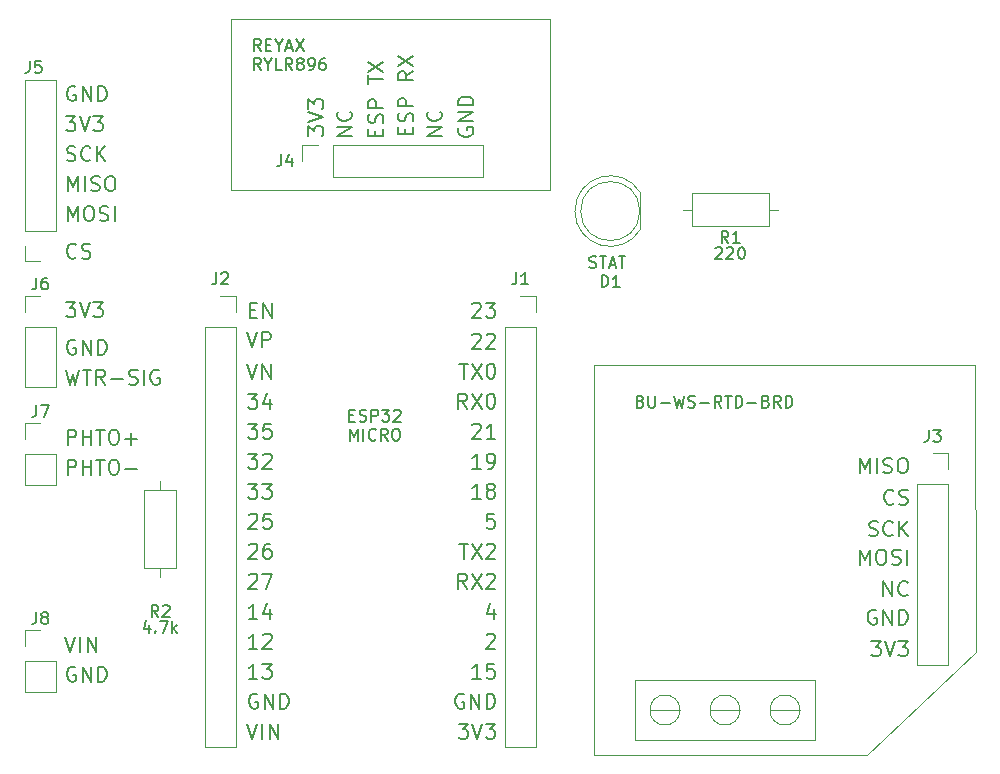
<source format=gbr>
%TF.GenerationSoftware,KiCad,Pcbnew,9.0.0*%
%TF.CreationDate,2025-03-28T21:12:20-05:00*%
%TF.ProjectId,ws-control-board,77732d63-6f6e-4747-926f-6c2d626f6172,rev?*%
%TF.SameCoordinates,Original*%
%TF.FileFunction,Legend,Top*%
%TF.FilePolarity,Positive*%
%FSLAX46Y46*%
G04 Gerber Fmt 4.6, Leading zero omitted, Abs format (unit mm)*
G04 Created by KiCad (PCBNEW 9.0.0) date 2025-03-28 21:12:20*
%MOMM*%
%LPD*%
G01*
G04 APERTURE LIST*
%ADD10C,0.100000*%
%ADD11C,0.152400*%
%ADD12C,0.158750*%
%ADD13C,0.127000*%
%ADD14C,0.150000*%
%ADD15C,0.120000*%
G04 APERTURE END LIST*
D10*
X185877200Y-112674400D02*
X176682400Y-121361200D01*
X185855000Y-88355000D02*
X185877200Y-112674400D01*
X153605000Y-121355000D02*
X176682400Y-121361200D01*
X153605000Y-88355000D02*
X153605000Y-121355000D01*
X153605000Y-88355000D02*
X185855000Y-88355000D01*
X157030000Y-115015000D02*
X172270000Y-115015000D01*
X172270000Y-120095000D01*
X157030000Y-120095000D01*
X157030000Y-115015000D01*
X122860000Y-59040000D02*
X149860000Y-59040000D01*
X149860000Y-73548000D01*
X122860000Y-73548000D01*
X122860000Y-59040000D01*
X160840000Y-117555000D02*
G75*
G02*
X158300000Y-117555000I-1270000J0D01*
G01*
X158300000Y-117555000D02*
G75*
G02*
X160840000Y-117555000I1270000J0D01*
G01*
X158300000Y-117555000D02*
X160840000Y-117555000D01*
X168460000Y-117555000D02*
X171000000Y-117555000D01*
X163380000Y-117555000D02*
X165920000Y-117555000D01*
X171000000Y-117555000D02*
G75*
G02*
X168460000Y-117555000I-1270000J0D01*
G01*
X168460000Y-117555000D02*
G75*
G02*
X171000000Y-117555000I1270000J0D01*
G01*
X165920000Y-117555000D02*
G75*
G02*
X163380000Y-117555000I-1270000J0D01*
G01*
X163380000Y-117555000D02*
G75*
G02*
X165920000Y-117555000I1270000J0D01*
G01*
D11*
X144474116Y-111209603D02*
X144534592Y-111149127D01*
X144534592Y-111149127D02*
X144655545Y-111088651D01*
X144655545Y-111088651D02*
X144957926Y-111088651D01*
X144957926Y-111088651D02*
X145078878Y-111149127D01*
X145078878Y-111149127D02*
X145139354Y-111209603D01*
X145139354Y-111209603D02*
X145199831Y-111330555D01*
X145199831Y-111330555D02*
X145199831Y-111451508D01*
X145199831Y-111451508D02*
X145139354Y-111632936D01*
X145139354Y-111632936D02*
X144413640Y-112358651D01*
X144413640Y-112358651D02*
X145199831Y-112358651D01*
D12*
X108870868Y-88736321D02*
X109173249Y-90006321D01*
X109173249Y-90006321D02*
X109415154Y-89099178D01*
X109415154Y-89099178D02*
X109657059Y-90006321D01*
X109657059Y-90006321D02*
X109959440Y-88736321D01*
X110261821Y-88736321D02*
X110987535Y-88736321D01*
X110624678Y-90006321D02*
X110624678Y-88736321D01*
X112136583Y-90006321D02*
X111713249Y-89401559D01*
X111410868Y-90006321D02*
X111410868Y-88736321D01*
X111410868Y-88736321D02*
X111894678Y-88736321D01*
X111894678Y-88736321D02*
X112015630Y-88796797D01*
X112015630Y-88796797D02*
X112076107Y-88857273D01*
X112076107Y-88857273D02*
X112136583Y-88978225D01*
X112136583Y-88978225D02*
X112136583Y-89159654D01*
X112136583Y-89159654D02*
X112076107Y-89280606D01*
X112076107Y-89280606D02*
X112015630Y-89341083D01*
X112015630Y-89341083D02*
X111894678Y-89401559D01*
X111894678Y-89401559D02*
X111410868Y-89401559D01*
X112680868Y-89522511D02*
X113648488Y-89522511D01*
X114192773Y-89945845D02*
X114374202Y-90006321D01*
X114374202Y-90006321D02*
X114676583Y-90006321D01*
X114676583Y-90006321D02*
X114797535Y-89945845D01*
X114797535Y-89945845D02*
X114858011Y-89885368D01*
X114858011Y-89885368D02*
X114918488Y-89764416D01*
X114918488Y-89764416D02*
X114918488Y-89643464D01*
X114918488Y-89643464D02*
X114858011Y-89522511D01*
X114858011Y-89522511D02*
X114797535Y-89462035D01*
X114797535Y-89462035D02*
X114676583Y-89401559D01*
X114676583Y-89401559D02*
X114434678Y-89341083D01*
X114434678Y-89341083D02*
X114313726Y-89280606D01*
X114313726Y-89280606D02*
X114253249Y-89220130D01*
X114253249Y-89220130D02*
X114192773Y-89099178D01*
X114192773Y-89099178D02*
X114192773Y-88978225D01*
X114192773Y-88978225D02*
X114253249Y-88857273D01*
X114253249Y-88857273D02*
X114313726Y-88796797D01*
X114313726Y-88796797D02*
X114434678Y-88736321D01*
X114434678Y-88736321D02*
X114737059Y-88736321D01*
X114737059Y-88736321D02*
X114918488Y-88796797D01*
X115462773Y-90006321D02*
X115462773Y-88736321D01*
X116732774Y-88796797D02*
X116611821Y-88736321D01*
X116611821Y-88736321D02*
X116430393Y-88736321D01*
X116430393Y-88736321D02*
X116248964Y-88796797D01*
X116248964Y-88796797D02*
X116128012Y-88917749D01*
X116128012Y-88917749D02*
X116067535Y-89038702D01*
X116067535Y-89038702D02*
X116007059Y-89280606D01*
X116007059Y-89280606D02*
X116007059Y-89462035D01*
X116007059Y-89462035D02*
X116067535Y-89703940D01*
X116067535Y-89703940D02*
X116128012Y-89824892D01*
X116128012Y-89824892D02*
X116248964Y-89945845D01*
X116248964Y-89945845D02*
X116430393Y-90006321D01*
X116430393Y-90006321D02*
X116551345Y-90006321D01*
X116551345Y-90006321D02*
X116732774Y-89945845D01*
X116732774Y-89945845D02*
X116793250Y-89885368D01*
X116793250Y-89885368D02*
X116793250Y-89462035D01*
X116793250Y-89462035D02*
X116551345Y-89462035D01*
X108991820Y-97626321D02*
X108991820Y-96356321D01*
X108991820Y-96356321D02*
X109475630Y-96356321D01*
X109475630Y-96356321D02*
X109596582Y-96416797D01*
X109596582Y-96416797D02*
X109657059Y-96477273D01*
X109657059Y-96477273D02*
X109717535Y-96598225D01*
X109717535Y-96598225D02*
X109717535Y-96779654D01*
X109717535Y-96779654D02*
X109657059Y-96900606D01*
X109657059Y-96900606D02*
X109596582Y-96961083D01*
X109596582Y-96961083D02*
X109475630Y-97021559D01*
X109475630Y-97021559D02*
X108991820Y-97021559D01*
X110261820Y-97626321D02*
X110261820Y-96356321D01*
X110261820Y-96961083D02*
X110987535Y-96961083D01*
X110987535Y-97626321D02*
X110987535Y-96356321D01*
X111410868Y-96356321D02*
X112136582Y-96356321D01*
X111773725Y-97626321D02*
X111773725Y-96356321D01*
X112801820Y-96356321D02*
X113043725Y-96356321D01*
X113043725Y-96356321D02*
X113164677Y-96416797D01*
X113164677Y-96416797D02*
X113285630Y-96537749D01*
X113285630Y-96537749D02*
X113346106Y-96779654D01*
X113346106Y-96779654D02*
X113346106Y-97202987D01*
X113346106Y-97202987D02*
X113285630Y-97444892D01*
X113285630Y-97444892D02*
X113164677Y-97565845D01*
X113164677Y-97565845D02*
X113043725Y-97626321D01*
X113043725Y-97626321D02*
X112801820Y-97626321D01*
X112801820Y-97626321D02*
X112680868Y-97565845D01*
X112680868Y-97565845D02*
X112559915Y-97444892D01*
X112559915Y-97444892D02*
X112499439Y-97202987D01*
X112499439Y-97202987D02*
X112499439Y-96779654D01*
X112499439Y-96779654D02*
X112559915Y-96537749D01*
X112559915Y-96537749D02*
X112680868Y-96416797D01*
X112680868Y-96416797D02*
X112801820Y-96356321D01*
X113890391Y-97142511D02*
X114858011Y-97142511D01*
D11*
X124281691Y-98388651D02*
X125067882Y-98388651D01*
X125067882Y-98388651D02*
X124644548Y-98872460D01*
X124644548Y-98872460D02*
X124825977Y-98872460D01*
X124825977Y-98872460D02*
X124946929Y-98932936D01*
X124946929Y-98932936D02*
X125007405Y-98993413D01*
X125007405Y-98993413D02*
X125067882Y-99114365D01*
X125067882Y-99114365D02*
X125067882Y-99416746D01*
X125067882Y-99416746D02*
X125007405Y-99537698D01*
X125007405Y-99537698D02*
X124946929Y-99598175D01*
X124946929Y-99598175D02*
X124825977Y-99658651D01*
X124825977Y-99658651D02*
X124463120Y-99658651D01*
X124463120Y-99658651D02*
X124342167Y-99598175D01*
X124342167Y-99598175D02*
X124281691Y-99537698D01*
X125491215Y-98388651D02*
X126277406Y-98388651D01*
X126277406Y-98388651D02*
X125854072Y-98872460D01*
X125854072Y-98872460D02*
X126035501Y-98872460D01*
X126035501Y-98872460D02*
X126156453Y-98932936D01*
X126156453Y-98932936D02*
X126216929Y-98993413D01*
X126216929Y-98993413D02*
X126277406Y-99114365D01*
X126277406Y-99114365D02*
X126277406Y-99416746D01*
X126277406Y-99416746D02*
X126216929Y-99537698D01*
X126216929Y-99537698D02*
X126156453Y-99598175D01*
X126156453Y-99598175D02*
X126035501Y-99658651D01*
X126035501Y-99658651D02*
X125672644Y-99658651D01*
X125672644Y-99658651D02*
X125551691Y-99598175D01*
X125551691Y-99598175D02*
X125491215Y-99537698D01*
X142176021Y-103468651D02*
X142901735Y-103468651D01*
X142538878Y-104738651D02*
X142538878Y-103468651D01*
X143204116Y-103468651D02*
X144050783Y-104738651D01*
X144050783Y-103468651D02*
X143204116Y-104738651D01*
X144474116Y-103589603D02*
X144534592Y-103529127D01*
X144534592Y-103529127D02*
X144655545Y-103468651D01*
X144655545Y-103468651D02*
X144957926Y-103468651D01*
X144957926Y-103468651D02*
X145078878Y-103529127D01*
X145078878Y-103529127D02*
X145139354Y-103589603D01*
X145139354Y-103589603D02*
X145199831Y-103710555D01*
X145199831Y-103710555D02*
X145199831Y-103831508D01*
X145199831Y-103831508D02*
X145139354Y-104012936D01*
X145139354Y-104012936D02*
X144413640Y-104738651D01*
X144413640Y-104738651D02*
X145199831Y-104738651D01*
X142538879Y-116229127D02*
X142417926Y-116168651D01*
X142417926Y-116168651D02*
X142236498Y-116168651D01*
X142236498Y-116168651D02*
X142055069Y-116229127D01*
X142055069Y-116229127D02*
X141934117Y-116350079D01*
X141934117Y-116350079D02*
X141873640Y-116471032D01*
X141873640Y-116471032D02*
X141813164Y-116712936D01*
X141813164Y-116712936D02*
X141813164Y-116894365D01*
X141813164Y-116894365D02*
X141873640Y-117136270D01*
X141873640Y-117136270D02*
X141934117Y-117257222D01*
X141934117Y-117257222D02*
X142055069Y-117378175D01*
X142055069Y-117378175D02*
X142236498Y-117438651D01*
X142236498Y-117438651D02*
X142357450Y-117438651D01*
X142357450Y-117438651D02*
X142538879Y-117378175D01*
X142538879Y-117378175D02*
X142599355Y-117317698D01*
X142599355Y-117317698D02*
X142599355Y-116894365D01*
X142599355Y-116894365D02*
X142357450Y-116894365D01*
X143143640Y-117438651D02*
X143143640Y-116168651D01*
X143143640Y-116168651D02*
X143869355Y-117438651D01*
X143869355Y-117438651D02*
X143869355Y-116168651D01*
X144474116Y-117438651D02*
X144474116Y-116168651D01*
X144474116Y-116168651D02*
X144776497Y-116168651D01*
X144776497Y-116168651D02*
X144957926Y-116229127D01*
X144957926Y-116229127D02*
X145078878Y-116350079D01*
X145078878Y-116350079D02*
X145139355Y-116471032D01*
X145139355Y-116471032D02*
X145199831Y-116712936D01*
X145199831Y-116712936D02*
X145199831Y-116894365D01*
X145199831Y-116894365D02*
X145139355Y-117136270D01*
X145139355Y-117136270D02*
X145078878Y-117257222D01*
X145078878Y-117257222D02*
X144957926Y-117378175D01*
X144957926Y-117378175D02*
X144776497Y-117438651D01*
X144776497Y-117438651D02*
X144474116Y-117438651D01*
X124342167Y-106129603D02*
X124402643Y-106069127D01*
X124402643Y-106069127D02*
X124523596Y-106008651D01*
X124523596Y-106008651D02*
X124825977Y-106008651D01*
X124825977Y-106008651D02*
X124946929Y-106069127D01*
X124946929Y-106069127D02*
X125007405Y-106129603D01*
X125007405Y-106129603D02*
X125067882Y-106250555D01*
X125067882Y-106250555D02*
X125067882Y-106371508D01*
X125067882Y-106371508D02*
X125007405Y-106552936D01*
X125007405Y-106552936D02*
X124281691Y-107278651D01*
X124281691Y-107278651D02*
X125067882Y-107278651D01*
X125491215Y-106008651D02*
X126337882Y-106008651D01*
X126337882Y-106008651D02*
X125793596Y-107278651D01*
D12*
X108810392Y-111342321D02*
X109233725Y-112612321D01*
X109233725Y-112612321D02*
X109657059Y-111342321D01*
X110080391Y-112612321D02*
X110080391Y-111342321D01*
X110685153Y-112612321D02*
X110685153Y-111342321D01*
X110685153Y-111342321D02*
X111410868Y-112612321D01*
X111410868Y-112612321D02*
X111410868Y-111342321D01*
D13*
X115911428Y-110329348D02*
X115911428Y-110996015D01*
X115673333Y-109948396D02*
X115435238Y-110662681D01*
X115435238Y-110662681D02*
X116054285Y-110662681D01*
X116435238Y-110900776D02*
X116482857Y-110948396D01*
X116482857Y-110948396D02*
X116435238Y-110996015D01*
X116435238Y-110996015D02*
X116387619Y-110948396D01*
X116387619Y-110948396D02*
X116435238Y-110900776D01*
X116435238Y-110900776D02*
X116435238Y-110996015D01*
X116816190Y-109996015D02*
X117482856Y-109996015D01*
X117482856Y-109996015D02*
X117054285Y-110996015D01*
X117863809Y-110996015D02*
X117863809Y-109996015D01*
X117959047Y-110615062D02*
X118244761Y-110996015D01*
X118244761Y-110329348D02*
X117863809Y-110710300D01*
D11*
X124221215Y-118708651D02*
X124644548Y-119978651D01*
X124644548Y-119978651D02*
X125067882Y-118708651D01*
X125491214Y-119978651D02*
X125491214Y-118708651D01*
X126095976Y-119978651D02*
X126095976Y-118708651D01*
X126095976Y-118708651D02*
X126821691Y-119978651D01*
X126821691Y-119978651D02*
X126821691Y-118708651D01*
X137601413Y-68812356D02*
X137601413Y-68389022D01*
X138266651Y-68207594D02*
X138266651Y-68812356D01*
X138266651Y-68812356D02*
X136996651Y-68812356D01*
X136996651Y-68812356D02*
X136996651Y-68207594D01*
X138206175Y-67723784D02*
X138266651Y-67542355D01*
X138266651Y-67542355D02*
X138266651Y-67239974D01*
X138266651Y-67239974D02*
X138206175Y-67119022D01*
X138206175Y-67119022D02*
X138145698Y-67058546D01*
X138145698Y-67058546D02*
X138024746Y-66998069D01*
X138024746Y-66998069D02*
X137903794Y-66998069D01*
X137903794Y-66998069D02*
X137782841Y-67058546D01*
X137782841Y-67058546D02*
X137722365Y-67119022D01*
X137722365Y-67119022D02*
X137661889Y-67239974D01*
X137661889Y-67239974D02*
X137601413Y-67481879D01*
X137601413Y-67481879D02*
X137540936Y-67602831D01*
X137540936Y-67602831D02*
X137480460Y-67663308D01*
X137480460Y-67663308D02*
X137359508Y-67723784D01*
X137359508Y-67723784D02*
X137238555Y-67723784D01*
X137238555Y-67723784D02*
X137117603Y-67663308D01*
X137117603Y-67663308D02*
X137057127Y-67602831D01*
X137057127Y-67602831D02*
X136996651Y-67481879D01*
X136996651Y-67481879D02*
X136996651Y-67179498D01*
X136996651Y-67179498D02*
X137057127Y-66998069D01*
X138266651Y-66453784D02*
X136996651Y-66453784D01*
X136996651Y-66453784D02*
X136996651Y-65969974D01*
X136996651Y-65969974D02*
X137057127Y-65849022D01*
X137057127Y-65849022D02*
X137117603Y-65788545D01*
X137117603Y-65788545D02*
X137238555Y-65728069D01*
X137238555Y-65728069D02*
X137419984Y-65728069D01*
X137419984Y-65728069D02*
X137540936Y-65788545D01*
X137540936Y-65788545D02*
X137601413Y-65849022D01*
X137601413Y-65849022D02*
X137661889Y-65969974D01*
X137661889Y-65969974D02*
X137661889Y-66453784D01*
X138266651Y-63490450D02*
X137661889Y-63913784D01*
X138266651Y-64216165D02*
X136996651Y-64216165D01*
X136996651Y-64216165D02*
X136996651Y-63732355D01*
X136996651Y-63732355D02*
X137057127Y-63611403D01*
X137057127Y-63611403D02*
X137117603Y-63550926D01*
X137117603Y-63550926D02*
X137238555Y-63490450D01*
X137238555Y-63490450D02*
X137419984Y-63490450D01*
X137419984Y-63490450D02*
X137540936Y-63550926D01*
X137540936Y-63550926D02*
X137601413Y-63611403D01*
X137601413Y-63611403D02*
X137661889Y-63732355D01*
X137661889Y-63732355D02*
X137661889Y-64216165D01*
X136996651Y-63067117D02*
X138266651Y-62220450D01*
X136996651Y-62220450D02*
X138266651Y-63067117D01*
X143990308Y-97118651D02*
X143264593Y-97118651D01*
X143627450Y-97118651D02*
X143627450Y-95848651D01*
X143627450Y-95848651D02*
X143506498Y-96030079D01*
X143506498Y-96030079D02*
X143385546Y-96151032D01*
X143385546Y-96151032D02*
X143264593Y-96211508D01*
X144595070Y-97118651D02*
X144836974Y-97118651D01*
X144836974Y-97118651D02*
X144957927Y-97058175D01*
X144957927Y-97058175D02*
X145018403Y-96997698D01*
X145018403Y-96997698D02*
X145139355Y-96816270D01*
X145139355Y-96816270D02*
X145199832Y-96574365D01*
X145199832Y-96574365D02*
X145199832Y-96090555D01*
X145199832Y-96090555D02*
X145139355Y-95969603D01*
X145139355Y-95969603D02*
X145078879Y-95909127D01*
X145078879Y-95909127D02*
X144957927Y-95848651D01*
X144957927Y-95848651D02*
X144716022Y-95848651D01*
X144716022Y-95848651D02*
X144595070Y-95909127D01*
X144595070Y-95909127D02*
X144534593Y-95969603D01*
X144534593Y-95969603D02*
X144474117Y-96090555D01*
X144474117Y-96090555D02*
X144474117Y-96392936D01*
X144474117Y-96392936D02*
X144534593Y-96513889D01*
X144534593Y-96513889D02*
X144595070Y-96574365D01*
X144595070Y-96574365D02*
X144716022Y-96634841D01*
X144716022Y-96634841D02*
X144957927Y-96634841D01*
X144957927Y-96634841D02*
X145078879Y-96574365D01*
X145078879Y-96574365D02*
X145139355Y-96513889D01*
X145139355Y-96513889D02*
X145199832Y-96392936D01*
X176859117Y-102773175D02*
X177040546Y-102833651D01*
X177040546Y-102833651D02*
X177342927Y-102833651D01*
X177342927Y-102833651D02*
X177463879Y-102773175D01*
X177463879Y-102773175D02*
X177524355Y-102712698D01*
X177524355Y-102712698D02*
X177584832Y-102591746D01*
X177584832Y-102591746D02*
X177584832Y-102470794D01*
X177584832Y-102470794D02*
X177524355Y-102349841D01*
X177524355Y-102349841D02*
X177463879Y-102289365D01*
X177463879Y-102289365D02*
X177342927Y-102228889D01*
X177342927Y-102228889D02*
X177101022Y-102168413D01*
X177101022Y-102168413D02*
X176980070Y-102107936D01*
X176980070Y-102107936D02*
X176919593Y-102047460D01*
X176919593Y-102047460D02*
X176859117Y-101926508D01*
X176859117Y-101926508D02*
X176859117Y-101805555D01*
X176859117Y-101805555D02*
X176919593Y-101684603D01*
X176919593Y-101684603D02*
X176980070Y-101624127D01*
X176980070Y-101624127D02*
X177101022Y-101563651D01*
X177101022Y-101563651D02*
X177403403Y-101563651D01*
X177403403Y-101563651D02*
X177584832Y-101624127D01*
X178854832Y-102712698D02*
X178794356Y-102773175D01*
X178794356Y-102773175D02*
X178612927Y-102833651D01*
X178612927Y-102833651D02*
X178491975Y-102833651D01*
X178491975Y-102833651D02*
X178310546Y-102773175D01*
X178310546Y-102773175D02*
X178189594Y-102652222D01*
X178189594Y-102652222D02*
X178129117Y-102531270D01*
X178129117Y-102531270D02*
X178068641Y-102289365D01*
X178068641Y-102289365D02*
X178068641Y-102107936D01*
X178068641Y-102107936D02*
X178129117Y-101866032D01*
X178129117Y-101866032D02*
X178189594Y-101745079D01*
X178189594Y-101745079D02*
X178310546Y-101624127D01*
X178310546Y-101624127D02*
X178491975Y-101563651D01*
X178491975Y-101563651D02*
X178612927Y-101563651D01*
X178612927Y-101563651D02*
X178794356Y-101624127D01*
X178794356Y-101624127D02*
X178854832Y-101684603D01*
X179399117Y-102833651D02*
X179399117Y-101563651D01*
X180124832Y-102833651D02*
X179580546Y-102107936D01*
X180124832Y-101563651D02*
X179399117Y-102289365D01*
X176072926Y-105246651D02*
X176072926Y-103976651D01*
X176072926Y-103976651D02*
X176496260Y-104883794D01*
X176496260Y-104883794D02*
X176919593Y-103976651D01*
X176919593Y-103976651D02*
X176919593Y-105246651D01*
X177766260Y-103976651D02*
X178008165Y-103976651D01*
X178008165Y-103976651D02*
X178129117Y-104037127D01*
X178129117Y-104037127D02*
X178250070Y-104158079D01*
X178250070Y-104158079D02*
X178310546Y-104399984D01*
X178310546Y-104399984D02*
X178310546Y-104823317D01*
X178310546Y-104823317D02*
X178250070Y-105065222D01*
X178250070Y-105065222D02*
X178129117Y-105186175D01*
X178129117Y-105186175D02*
X178008165Y-105246651D01*
X178008165Y-105246651D02*
X177766260Y-105246651D01*
X177766260Y-105246651D02*
X177645308Y-105186175D01*
X177645308Y-105186175D02*
X177524355Y-105065222D01*
X177524355Y-105065222D02*
X177463879Y-104823317D01*
X177463879Y-104823317D02*
X177463879Y-104399984D01*
X177463879Y-104399984D02*
X177524355Y-104158079D01*
X177524355Y-104158079D02*
X177645308Y-104037127D01*
X177645308Y-104037127D02*
X177766260Y-103976651D01*
X178794355Y-105186175D02*
X178975784Y-105246651D01*
X178975784Y-105246651D02*
X179278165Y-105246651D01*
X179278165Y-105246651D02*
X179399117Y-105186175D01*
X179399117Y-105186175D02*
X179459593Y-105125698D01*
X179459593Y-105125698D02*
X179520070Y-105004746D01*
X179520070Y-105004746D02*
X179520070Y-104883794D01*
X179520070Y-104883794D02*
X179459593Y-104762841D01*
X179459593Y-104762841D02*
X179399117Y-104702365D01*
X179399117Y-104702365D02*
X179278165Y-104641889D01*
X179278165Y-104641889D02*
X179036260Y-104581413D01*
X179036260Y-104581413D02*
X178915308Y-104520936D01*
X178915308Y-104520936D02*
X178854831Y-104460460D01*
X178854831Y-104460460D02*
X178794355Y-104339508D01*
X178794355Y-104339508D02*
X178794355Y-104218555D01*
X178794355Y-104218555D02*
X178854831Y-104097603D01*
X178854831Y-104097603D02*
X178915308Y-104037127D01*
X178915308Y-104037127D02*
X179036260Y-103976651D01*
X179036260Y-103976651D02*
X179338641Y-103976651D01*
X179338641Y-103976651D02*
X179520070Y-104037127D01*
X180064355Y-105246651D02*
X180064355Y-103976651D01*
D13*
X153182028Y-80087396D02*
X153324885Y-80135015D01*
X153324885Y-80135015D02*
X153562980Y-80135015D01*
X153562980Y-80135015D02*
X153658218Y-80087396D01*
X153658218Y-80087396D02*
X153705837Y-80039776D01*
X153705837Y-80039776D02*
X153753456Y-79944538D01*
X153753456Y-79944538D02*
X153753456Y-79849300D01*
X153753456Y-79849300D02*
X153705837Y-79754062D01*
X153705837Y-79754062D02*
X153658218Y-79706443D01*
X153658218Y-79706443D02*
X153562980Y-79658824D01*
X153562980Y-79658824D02*
X153372504Y-79611205D01*
X153372504Y-79611205D02*
X153277266Y-79563586D01*
X153277266Y-79563586D02*
X153229647Y-79515967D01*
X153229647Y-79515967D02*
X153182028Y-79420729D01*
X153182028Y-79420729D02*
X153182028Y-79325491D01*
X153182028Y-79325491D02*
X153229647Y-79230253D01*
X153229647Y-79230253D02*
X153277266Y-79182634D01*
X153277266Y-79182634D02*
X153372504Y-79135015D01*
X153372504Y-79135015D02*
X153610599Y-79135015D01*
X153610599Y-79135015D02*
X153753456Y-79182634D01*
X154039171Y-79135015D02*
X154610599Y-79135015D01*
X154324885Y-80135015D02*
X154324885Y-79135015D01*
X154896314Y-79849300D02*
X155372504Y-79849300D01*
X154801076Y-80135015D02*
X155134409Y-79135015D01*
X155134409Y-79135015D02*
X155467742Y-80135015D01*
X155658219Y-79135015D02*
X156229647Y-79135015D01*
X155943933Y-80135015D02*
X155943933Y-79135015D01*
D11*
X125067882Y-114898651D02*
X124342167Y-114898651D01*
X124705024Y-114898651D02*
X124705024Y-113628651D01*
X124705024Y-113628651D02*
X124584072Y-113810079D01*
X124584072Y-113810079D02*
X124463120Y-113931032D01*
X124463120Y-113931032D02*
X124342167Y-113991508D01*
X125491215Y-113628651D02*
X126277406Y-113628651D01*
X126277406Y-113628651D02*
X125854072Y-114112460D01*
X125854072Y-114112460D02*
X126035501Y-114112460D01*
X126035501Y-114112460D02*
X126156453Y-114172936D01*
X126156453Y-114172936D02*
X126216929Y-114233413D01*
X126216929Y-114233413D02*
X126277406Y-114354365D01*
X126277406Y-114354365D02*
X126277406Y-114656746D01*
X126277406Y-114656746D02*
X126216929Y-114777698D01*
X126216929Y-114777698D02*
X126156453Y-114838175D01*
X126156453Y-114838175D02*
X126035501Y-114898651D01*
X126035501Y-114898651D02*
X125672644Y-114898651D01*
X125672644Y-114898651D02*
X125551691Y-114838175D01*
X125551691Y-114838175D02*
X125491215Y-114777698D01*
X124402643Y-83671413D02*
X124825977Y-83671413D01*
X125007405Y-84336651D02*
X124402643Y-84336651D01*
X124402643Y-84336651D02*
X124402643Y-83066651D01*
X124402643Y-83066651D02*
X125007405Y-83066651D01*
X125551691Y-84336651D02*
X125551691Y-83066651D01*
X125551691Y-83066651D02*
X126277406Y-84336651D01*
X126277406Y-84336651D02*
X126277406Y-83066651D01*
X124281691Y-90768651D02*
X125067882Y-90768651D01*
X125067882Y-90768651D02*
X124644548Y-91252460D01*
X124644548Y-91252460D02*
X124825977Y-91252460D01*
X124825977Y-91252460D02*
X124946929Y-91312936D01*
X124946929Y-91312936D02*
X125007405Y-91373413D01*
X125007405Y-91373413D02*
X125067882Y-91494365D01*
X125067882Y-91494365D02*
X125067882Y-91796746D01*
X125067882Y-91796746D02*
X125007405Y-91917698D01*
X125007405Y-91917698D02*
X124946929Y-91978175D01*
X124946929Y-91978175D02*
X124825977Y-92038651D01*
X124825977Y-92038651D02*
X124463120Y-92038651D01*
X124463120Y-92038651D02*
X124342167Y-91978175D01*
X124342167Y-91978175D02*
X124281691Y-91917698D01*
X126156453Y-91191984D02*
X126156453Y-92038651D01*
X125854072Y-90708175D02*
X125551691Y-91615317D01*
X125551691Y-91615317D02*
X126337882Y-91615317D01*
X125067882Y-116229127D02*
X124946929Y-116168651D01*
X124946929Y-116168651D02*
X124765501Y-116168651D01*
X124765501Y-116168651D02*
X124584072Y-116229127D01*
X124584072Y-116229127D02*
X124463120Y-116350079D01*
X124463120Y-116350079D02*
X124402643Y-116471032D01*
X124402643Y-116471032D02*
X124342167Y-116712936D01*
X124342167Y-116712936D02*
X124342167Y-116894365D01*
X124342167Y-116894365D02*
X124402643Y-117136270D01*
X124402643Y-117136270D02*
X124463120Y-117257222D01*
X124463120Y-117257222D02*
X124584072Y-117378175D01*
X124584072Y-117378175D02*
X124765501Y-117438651D01*
X124765501Y-117438651D02*
X124886453Y-117438651D01*
X124886453Y-117438651D02*
X125067882Y-117378175D01*
X125067882Y-117378175D02*
X125128358Y-117317698D01*
X125128358Y-117317698D02*
X125128358Y-116894365D01*
X125128358Y-116894365D02*
X124886453Y-116894365D01*
X125672643Y-117438651D02*
X125672643Y-116168651D01*
X125672643Y-116168651D02*
X126398358Y-117438651D01*
X126398358Y-117438651D02*
X126398358Y-116168651D01*
X127003119Y-117438651D02*
X127003119Y-116168651D01*
X127003119Y-116168651D02*
X127305500Y-116168651D01*
X127305500Y-116168651D02*
X127486929Y-116229127D01*
X127486929Y-116229127D02*
X127607881Y-116350079D01*
X127607881Y-116350079D02*
X127668358Y-116471032D01*
X127668358Y-116471032D02*
X127728834Y-116712936D01*
X127728834Y-116712936D02*
X127728834Y-116894365D01*
X127728834Y-116894365D02*
X127668358Y-117136270D01*
X127668358Y-117136270D02*
X127607881Y-117257222D01*
X127607881Y-117257222D02*
X127486929Y-117378175D01*
X127486929Y-117378175D02*
X127305500Y-117438651D01*
X127305500Y-117438651D02*
X127003119Y-117438651D01*
X178068641Y-107913651D02*
X178068641Y-106643651D01*
X178068641Y-106643651D02*
X178794356Y-107913651D01*
X178794356Y-107913651D02*
X178794356Y-106643651D01*
X180124832Y-107792698D02*
X180064356Y-107853175D01*
X180064356Y-107853175D02*
X179882927Y-107913651D01*
X179882927Y-107913651D02*
X179761975Y-107913651D01*
X179761975Y-107913651D02*
X179580546Y-107853175D01*
X179580546Y-107853175D02*
X179459594Y-107732222D01*
X179459594Y-107732222D02*
X179399117Y-107611270D01*
X179399117Y-107611270D02*
X179338641Y-107369365D01*
X179338641Y-107369365D02*
X179338641Y-107187936D01*
X179338641Y-107187936D02*
X179399117Y-106946032D01*
X179399117Y-106946032D02*
X179459594Y-106825079D01*
X179459594Y-106825079D02*
X179580546Y-106704127D01*
X179580546Y-106704127D02*
X179761975Y-106643651D01*
X179761975Y-106643651D02*
X179882927Y-106643651D01*
X179882927Y-106643651D02*
X180064356Y-106704127D01*
X180064356Y-106704127D02*
X180124832Y-106764603D01*
X124281691Y-95848651D02*
X125067882Y-95848651D01*
X125067882Y-95848651D02*
X124644548Y-96332460D01*
X124644548Y-96332460D02*
X124825977Y-96332460D01*
X124825977Y-96332460D02*
X124946929Y-96392936D01*
X124946929Y-96392936D02*
X125007405Y-96453413D01*
X125007405Y-96453413D02*
X125067882Y-96574365D01*
X125067882Y-96574365D02*
X125067882Y-96876746D01*
X125067882Y-96876746D02*
X125007405Y-96997698D01*
X125007405Y-96997698D02*
X124946929Y-97058175D01*
X124946929Y-97058175D02*
X124825977Y-97118651D01*
X124825977Y-97118651D02*
X124463120Y-97118651D01*
X124463120Y-97118651D02*
X124342167Y-97058175D01*
X124342167Y-97058175D02*
X124281691Y-96997698D01*
X125551691Y-95969603D02*
X125612167Y-95909127D01*
X125612167Y-95909127D02*
X125733120Y-95848651D01*
X125733120Y-95848651D02*
X126035501Y-95848651D01*
X126035501Y-95848651D02*
X126156453Y-95909127D01*
X126156453Y-95909127D02*
X126216929Y-95969603D01*
X126216929Y-95969603D02*
X126277406Y-96090555D01*
X126277406Y-96090555D02*
X126277406Y-96211508D01*
X126277406Y-96211508D02*
X126216929Y-96392936D01*
X126216929Y-96392936D02*
X125491215Y-97118651D01*
X125491215Y-97118651D02*
X126277406Y-97118651D01*
D13*
X163850028Y-78468253D02*
X163897647Y-78420634D01*
X163897647Y-78420634D02*
X163992885Y-78373015D01*
X163992885Y-78373015D02*
X164230980Y-78373015D01*
X164230980Y-78373015D02*
X164326218Y-78420634D01*
X164326218Y-78420634D02*
X164373837Y-78468253D01*
X164373837Y-78468253D02*
X164421456Y-78563491D01*
X164421456Y-78563491D02*
X164421456Y-78658729D01*
X164421456Y-78658729D02*
X164373837Y-78801586D01*
X164373837Y-78801586D02*
X163802409Y-79373015D01*
X163802409Y-79373015D02*
X164421456Y-79373015D01*
X164802409Y-78468253D02*
X164850028Y-78420634D01*
X164850028Y-78420634D02*
X164945266Y-78373015D01*
X164945266Y-78373015D02*
X165183361Y-78373015D01*
X165183361Y-78373015D02*
X165278599Y-78420634D01*
X165278599Y-78420634D02*
X165326218Y-78468253D01*
X165326218Y-78468253D02*
X165373837Y-78563491D01*
X165373837Y-78563491D02*
X165373837Y-78658729D01*
X165373837Y-78658729D02*
X165326218Y-78801586D01*
X165326218Y-78801586D02*
X164754790Y-79373015D01*
X164754790Y-79373015D02*
X165373837Y-79373015D01*
X165992885Y-78373015D02*
X166088123Y-78373015D01*
X166088123Y-78373015D02*
X166183361Y-78420634D01*
X166183361Y-78420634D02*
X166230980Y-78468253D01*
X166230980Y-78468253D02*
X166278599Y-78563491D01*
X166278599Y-78563491D02*
X166326218Y-78753967D01*
X166326218Y-78753967D02*
X166326218Y-78992062D01*
X166326218Y-78992062D02*
X166278599Y-79182538D01*
X166278599Y-79182538D02*
X166230980Y-79277776D01*
X166230980Y-79277776D02*
X166183361Y-79325396D01*
X166183361Y-79325396D02*
X166088123Y-79373015D01*
X166088123Y-79373015D02*
X165992885Y-79373015D01*
X165992885Y-79373015D02*
X165897647Y-79325396D01*
X165897647Y-79325396D02*
X165850028Y-79277776D01*
X165850028Y-79277776D02*
X165802409Y-79182538D01*
X165802409Y-79182538D02*
X165754790Y-78992062D01*
X165754790Y-78992062D02*
X165754790Y-78753967D01*
X165754790Y-78753967D02*
X165802409Y-78563491D01*
X165802409Y-78563491D02*
X165850028Y-78468253D01*
X165850028Y-78468253D02*
X165897647Y-78420634D01*
X165897647Y-78420634D02*
X165992885Y-78373015D01*
D11*
X142780784Y-92038651D02*
X142357450Y-91433889D01*
X142055069Y-92038651D02*
X142055069Y-90768651D01*
X142055069Y-90768651D02*
X142538879Y-90768651D01*
X142538879Y-90768651D02*
X142659831Y-90829127D01*
X142659831Y-90829127D02*
X142720308Y-90889603D01*
X142720308Y-90889603D02*
X142780784Y-91010555D01*
X142780784Y-91010555D02*
X142780784Y-91191984D01*
X142780784Y-91191984D02*
X142720308Y-91312936D01*
X142720308Y-91312936D02*
X142659831Y-91373413D01*
X142659831Y-91373413D02*
X142538879Y-91433889D01*
X142538879Y-91433889D02*
X142055069Y-91433889D01*
X143204117Y-90768651D02*
X144050784Y-92038651D01*
X144050784Y-90768651D02*
X143204117Y-92038651D01*
X144776498Y-90768651D02*
X144897451Y-90768651D01*
X144897451Y-90768651D02*
X145018403Y-90829127D01*
X145018403Y-90829127D02*
X145078879Y-90889603D01*
X145078879Y-90889603D02*
X145139355Y-91010555D01*
X145139355Y-91010555D02*
X145199832Y-91252460D01*
X145199832Y-91252460D02*
X145199832Y-91554841D01*
X145199832Y-91554841D02*
X145139355Y-91796746D01*
X145139355Y-91796746D02*
X145078879Y-91917698D01*
X145078879Y-91917698D02*
X145018403Y-91978175D01*
X145018403Y-91978175D02*
X144897451Y-92038651D01*
X144897451Y-92038651D02*
X144776498Y-92038651D01*
X144776498Y-92038651D02*
X144655546Y-91978175D01*
X144655546Y-91978175D02*
X144595070Y-91917698D01*
X144595070Y-91917698D02*
X144534593Y-91796746D01*
X144534593Y-91796746D02*
X144474117Y-91554841D01*
X144474117Y-91554841D02*
X144474117Y-91252460D01*
X144474117Y-91252460D02*
X144534593Y-91010555D01*
X144534593Y-91010555D02*
X144595070Y-90889603D01*
X144595070Y-90889603D02*
X144655546Y-90829127D01*
X144655546Y-90829127D02*
X144776498Y-90768651D01*
D13*
X157499980Y-91422205D02*
X157642837Y-91469824D01*
X157642837Y-91469824D02*
X157690456Y-91517443D01*
X157690456Y-91517443D02*
X157738075Y-91612681D01*
X157738075Y-91612681D02*
X157738075Y-91755538D01*
X157738075Y-91755538D02*
X157690456Y-91850776D01*
X157690456Y-91850776D02*
X157642837Y-91898396D01*
X157642837Y-91898396D02*
X157547599Y-91946015D01*
X157547599Y-91946015D02*
X157166647Y-91946015D01*
X157166647Y-91946015D02*
X157166647Y-90946015D01*
X157166647Y-90946015D02*
X157499980Y-90946015D01*
X157499980Y-90946015D02*
X157595218Y-90993634D01*
X157595218Y-90993634D02*
X157642837Y-91041253D01*
X157642837Y-91041253D02*
X157690456Y-91136491D01*
X157690456Y-91136491D02*
X157690456Y-91231729D01*
X157690456Y-91231729D02*
X157642837Y-91326967D01*
X157642837Y-91326967D02*
X157595218Y-91374586D01*
X157595218Y-91374586D02*
X157499980Y-91422205D01*
X157499980Y-91422205D02*
X157166647Y-91422205D01*
X158166647Y-90946015D02*
X158166647Y-91755538D01*
X158166647Y-91755538D02*
X158214266Y-91850776D01*
X158214266Y-91850776D02*
X158261885Y-91898396D01*
X158261885Y-91898396D02*
X158357123Y-91946015D01*
X158357123Y-91946015D02*
X158547599Y-91946015D01*
X158547599Y-91946015D02*
X158642837Y-91898396D01*
X158642837Y-91898396D02*
X158690456Y-91850776D01*
X158690456Y-91850776D02*
X158738075Y-91755538D01*
X158738075Y-91755538D02*
X158738075Y-90946015D01*
X159214266Y-91565062D02*
X159976171Y-91565062D01*
X160357123Y-90946015D02*
X160595218Y-91946015D01*
X160595218Y-91946015D02*
X160785694Y-91231729D01*
X160785694Y-91231729D02*
X160976170Y-91946015D01*
X160976170Y-91946015D02*
X161214266Y-90946015D01*
X161547599Y-91898396D02*
X161690456Y-91946015D01*
X161690456Y-91946015D02*
X161928551Y-91946015D01*
X161928551Y-91946015D02*
X162023789Y-91898396D01*
X162023789Y-91898396D02*
X162071408Y-91850776D01*
X162071408Y-91850776D02*
X162119027Y-91755538D01*
X162119027Y-91755538D02*
X162119027Y-91660300D01*
X162119027Y-91660300D02*
X162071408Y-91565062D01*
X162071408Y-91565062D02*
X162023789Y-91517443D01*
X162023789Y-91517443D02*
X161928551Y-91469824D01*
X161928551Y-91469824D02*
X161738075Y-91422205D01*
X161738075Y-91422205D02*
X161642837Y-91374586D01*
X161642837Y-91374586D02*
X161595218Y-91326967D01*
X161595218Y-91326967D02*
X161547599Y-91231729D01*
X161547599Y-91231729D02*
X161547599Y-91136491D01*
X161547599Y-91136491D02*
X161595218Y-91041253D01*
X161595218Y-91041253D02*
X161642837Y-90993634D01*
X161642837Y-90993634D02*
X161738075Y-90946015D01*
X161738075Y-90946015D02*
X161976170Y-90946015D01*
X161976170Y-90946015D02*
X162119027Y-90993634D01*
X162547599Y-91565062D02*
X163309504Y-91565062D01*
X164357122Y-91946015D02*
X164023789Y-91469824D01*
X163785694Y-91946015D02*
X163785694Y-90946015D01*
X163785694Y-90946015D02*
X164166646Y-90946015D01*
X164166646Y-90946015D02*
X164261884Y-90993634D01*
X164261884Y-90993634D02*
X164309503Y-91041253D01*
X164309503Y-91041253D02*
X164357122Y-91136491D01*
X164357122Y-91136491D02*
X164357122Y-91279348D01*
X164357122Y-91279348D02*
X164309503Y-91374586D01*
X164309503Y-91374586D02*
X164261884Y-91422205D01*
X164261884Y-91422205D02*
X164166646Y-91469824D01*
X164166646Y-91469824D02*
X163785694Y-91469824D01*
X164642837Y-90946015D02*
X165214265Y-90946015D01*
X164928551Y-91946015D02*
X164928551Y-90946015D01*
X165547599Y-91946015D02*
X165547599Y-90946015D01*
X165547599Y-90946015D02*
X165785694Y-90946015D01*
X165785694Y-90946015D02*
X165928551Y-90993634D01*
X165928551Y-90993634D02*
X166023789Y-91088872D01*
X166023789Y-91088872D02*
X166071408Y-91184110D01*
X166071408Y-91184110D02*
X166119027Y-91374586D01*
X166119027Y-91374586D02*
X166119027Y-91517443D01*
X166119027Y-91517443D02*
X166071408Y-91707919D01*
X166071408Y-91707919D02*
X166023789Y-91803157D01*
X166023789Y-91803157D02*
X165928551Y-91898396D01*
X165928551Y-91898396D02*
X165785694Y-91946015D01*
X165785694Y-91946015D02*
X165547599Y-91946015D01*
X166547599Y-91565062D02*
X167309504Y-91565062D01*
X168119027Y-91422205D02*
X168261884Y-91469824D01*
X168261884Y-91469824D02*
X168309503Y-91517443D01*
X168309503Y-91517443D02*
X168357122Y-91612681D01*
X168357122Y-91612681D02*
X168357122Y-91755538D01*
X168357122Y-91755538D02*
X168309503Y-91850776D01*
X168309503Y-91850776D02*
X168261884Y-91898396D01*
X168261884Y-91898396D02*
X168166646Y-91946015D01*
X168166646Y-91946015D02*
X167785694Y-91946015D01*
X167785694Y-91946015D02*
X167785694Y-90946015D01*
X167785694Y-90946015D02*
X168119027Y-90946015D01*
X168119027Y-90946015D02*
X168214265Y-90993634D01*
X168214265Y-90993634D02*
X168261884Y-91041253D01*
X168261884Y-91041253D02*
X168309503Y-91136491D01*
X168309503Y-91136491D02*
X168309503Y-91231729D01*
X168309503Y-91231729D02*
X168261884Y-91326967D01*
X168261884Y-91326967D02*
X168214265Y-91374586D01*
X168214265Y-91374586D02*
X168119027Y-91422205D01*
X168119027Y-91422205D02*
X167785694Y-91422205D01*
X169357122Y-91946015D02*
X169023789Y-91469824D01*
X168785694Y-91946015D02*
X168785694Y-90946015D01*
X168785694Y-90946015D02*
X169166646Y-90946015D01*
X169166646Y-90946015D02*
X169261884Y-90993634D01*
X169261884Y-90993634D02*
X169309503Y-91041253D01*
X169309503Y-91041253D02*
X169357122Y-91136491D01*
X169357122Y-91136491D02*
X169357122Y-91279348D01*
X169357122Y-91279348D02*
X169309503Y-91374586D01*
X169309503Y-91374586D02*
X169261884Y-91422205D01*
X169261884Y-91422205D02*
X169166646Y-91469824D01*
X169166646Y-91469824D02*
X168785694Y-91469824D01*
X169785694Y-91946015D02*
X169785694Y-90946015D01*
X169785694Y-90946015D02*
X170023789Y-90946015D01*
X170023789Y-90946015D02*
X170166646Y-90993634D01*
X170166646Y-90993634D02*
X170261884Y-91088872D01*
X170261884Y-91088872D02*
X170309503Y-91184110D01*
X170309503Y-91184110D02*
X170357122Y-91374586D01*
X170357122Y-91374586D02*
X170357122Y-91517443D01*
X170357122Y-91517443D02*
X170309503Y-91707919D01*
X170309503Y-91707919D02*
X170261884Y-91803157D01*
X170261884Y-91803157D02*
X170166646Y-91898396D01*
X170166646Y-91898396D02*
X170023789Y-91946015D01*
X170023789Y-91946015D02*
X169785694Y-91946015D01*
D11*
X124342167Y-101049603D02*
X124402643Y-100989127D01*
X124402643Y-100989127D02*
X124523596Y-100928651D01*
X124523596Y-100928651D02*
X124825977Y-100928651D01*
X124825977Y-100928651D02*
X124946929Y-100989127D01*
X124946929Y-100989127D02*
X125007405Y-101049603D01*
X125007405Y-101049603D02*
X125067882Y-101170555D01*
X125067882Y-101170555D02*
X125067882Y-101291508D01*
X125067882Y-101291508D02*
X125007405Y-101472936D01*
X125007405Y-101472936D02*
X124281691Y-102198651D01*
X124281691Y-102198651D02*
X125067882Y-102198651D01*
X126216929Y-100928651D02*
X125612167Y-100928651D01*
X125612167Y-100928651D02*
X125551691Y-101533413D01*
X125551691Y-101533413D02*
X125612167Y-101472936D01*
X125612167Y-101472936D02*
X125733120Y-101412460D01*
X125733120Y-101412460D02*
X126035501Y-101412460D01*
X126035501Y-101412460D02*
X126156453Y-101472936D01*
X126156453Y-101472936D02*
X126216929Y-101533413D01*
X126216929Y-101533413D02*
X126277406Y-101654365D01*
X126277406Y-101654365D02*
X126277406Y-101956746D01*
X126277406Y-101956746D02*
X126216929Y-102077698D01*
X126216929Y-102077698D02*
X126156453Y-102138175D01*
X126156453Y-102138175D02*
X126035501Y-102198651D01*
X126035501Y-102198651D02*
X125733120Y-102198651D01*
X125733120Y-102198651D02*
X125612167Y-102138175D01*
X125612167Y-102138175D02*
X125551691Y-102077698D01*
X124221215Y-85566651D02*
X124644548Y-86836651D01*
X124644548Y-86836651D02*
X125067882Y-85566651D01*
X125491214Y-86836651D02*
X125491214Y-85566651D01*
X125491214Y-85566651D02*
X125975024Y-85566651D01*
X125975024Y-85566651D02*
X126095976Y-85627127D01*
X126095976Y-85627127D02*
X126156453Y-85687603D01*
X126156453Y-85687603D02*
X126216929Y-85808555D01*
X126216929Y-85808555D02*
X126216929Y-85989984D01*
X126216929Y-85989984D02*
X126156453Y-86110936D01*
X126156453Y-86110936D02*
X126095976Y-86171413D01*
X126095976Y-86171413D02*
X125975024Y-86231889D01*
X125975024Y-86231889D02*
X125491214Y-86231889D01*
D12*
X108931344Y-71022845D02*
X109112773Y-71083321D01*
X109112773Y-71083321D02*
X109415154Y-71083321D01*
X109415154Y-71083321D02*
X109536106Y-71022845D01*
X109536106Y-71022845D02*
X109596582Y-70962368D01*
X109596582Y-70962368D02*
X109657059Y-70841416D01*
X109657059Y-70841416D02*
X109657059Y-70720464D01*
X109657059Y-70720464D02*
X109596582Y-70599511D01*
X109596582Y-70599511D02*
X109536106Y-70539035D01*
X109536106Y-70539035D02*
X109415154Y-70478559D01*
X109415154Y-70478559D02*
X109173249Y-70418083D01*
X109173249Y-70418083D02*
X109052297Y-70357606D01*
X109052297Y-70357606D02*
X108991820Y-70297130D01*
X108991820Y-70297130D02*
X108931344Y-70176178D01*
X108931344Y-70176178D02*
X108931344Y-70055225D01*
X108931344Y-70055225D02*
X108991820Y-69934273D01*
X108991820Y-69934273D02*
X109052297Y-69873797D01*
X109052297Y-69873797D02*
X109173249Y-69813321D01*
X109173249Y-69813321D02*
X109475630Y-69813321D01*
X109475630Y-69813321D02*
X109657059Y-69873797D01*
X110927059Y-70962368D02*
X110866583Y-71022845D01*
X110866583Y-71022845D02*
X110685154Y-71083321D01*
X110685154Y-71083321D02*
X110564202Y-71083321D01*
X110564202Y-71083321D02*
X110382773Y-71022845D01*
X110382773Y-71022845D02*
X110261821Y-70901892D01*
X110261821Y-70901892D02*
X110201344Y-70780940D01*
X110201344Y-70780940D02*
X110140868Y-70539035D01*
X110140868Y-70539035D02*
X110140868Y-70357606D01*
X110140868Y-70357606D02*
X110201344Y-70115702D01*
X110201344Y-70115702D02*
X110261821Y-69994749D01*
X110261821Y-69994749D02*
X110382773Y-69873797D01*
X110382773Y-69873797D02*
X110564202Y-69813321D01*
X110564202Y-69813321D02*
X110685154Y-69813321D01*
X110685154Y-69813321D02*
X110866583Y-69873797D01*
X110866583Y-69873797D02*
X110927059Y-69934273D01*
X111471344Y-71083321D02*
X111471344Y-69813321D01*
X112197059Y-71083321D02*
X111652773Y-70357606D01*
X112197059Y-69813321D02*
X111471344Y-70539035D01*
D11*
X133059651Y-68939356D02*
X131789651Y-68939356D01*
X131789651Y-68939356D02*
X133059651Y-68213641D01*
X133059651Y-68213641D02*
X131789651Y-68213641D01*
X132938698Y-66883165D02*
X132999175Y-66943641D01*
X132999175Y-66943641D02*
X133059651Y-67125070D01*
X133059651Y-67125070D02*
X133059651Y-67246022D01*
X133059651Y-67246022D02*
X132999175Y-67427451D01*
X132999175Y-67427451D02*
X132878222Y-67548403D01*
X132878222Y-67548403D02*
X132757270Y-67608880D01*
X132757270Y-67608880D02*
X132515365Y-67669356D01*
X132515365Y-67669356D02*
X132333936Y-67669356D01*
X132333936Y-67669356D02*
X132092032Y-67608880D01*
X132092032Y-67608880D02*
X131971079Y-67548403D01*
X131971079Y-67548403D02*
X131850127Y-67427451D01*
X131850127Y-67427451D02*
X131789651Y-67246022D01*
X131789651Y-67246022D02*
X131789651Y-67125070D01*
X131789651Y-67125070D02*
X131850127Y-66943641D01*
X131850127Y-66943641D02*
X131910603Y-66883165D01*
X142115545Y-118708651D02*
X142901736Y-118708651D01*
X142901736Y-118708651D02*
X142478402Y-119192460D01*
X142478402Y-119192460D02*
X142659831Y-119192460D01*
X142659831Y-119192460D02*
X142780783Y-119252936D01*
X142780783Y-119252936D02*
X142841259Y-119313413D01*
X142841259Y-119313413D02*
X142901736Y-119434365D01*
X142901736Y-119434365D02*
X142901736Y-119736746D01*
X142901736Y-119736746D02*
X142841259Y-119857698D01*
X142841259Y-119857698D02*
X142780783Y-119918175D01*
X142780783Y-119918175D02*
X142659831Y-119978651D01*
X142659831Y-119978651D02*
X142296974Y-119978651D01*
X142296974Y-119978651D02*
X142176021Y-119918175D01*
X142176021Y-119918175D02*
X142115545Y-119857698D01*
X143264593Y-118708651D02*
X143687926Y-119978651D01*
X143687926Y-119978651D02*
X144111260Y-118708651D01*
X144413640Y-118708651D02*
X145199831Y-118708651D01*
X145199831Y-118708651D02*
X144776497Y-119192460D01*
X144776497Y-119192460D02*
X144957926Y-119192460D01*
X144957926Y-119192460D02*
X145078878Y-119252936D01*
X145078878Y-119252936D02*
X145139354Y-119313413D01*
X145139354Y-119313413D02*
X145199831Y-119434365D01*
X145199831Y-119434365D02*
X145199831Y-119736746D01*
X145199831Y-119736746D02*
X145139354Y-119857698D01*
X145139354Y-119857698D02*
X145078878Y-119918175D01*
X145078878Y-119918175D02*
X144957926Y-119978651D01*
X144957926Y-119978651D02*
X144595069Y-119978651D01*
X144595069Y-119978651D02*
X144474116Y-119918175D01*
X144474116Y-119918175D02*
X144413640Y-119857698D01*
X124281691Y-93308651D02*
X125067882Y-93308651D01*
X125067882Y-93308651D02*
X124644548Y-93792460D01*
X124644548Y-93792460D02*
X124825977Y-93792460D01*
X124825977Y-93792460D02*
X124946929Y-93852936D01*
X124946929Y-93852936D02*
X125007405Y-93913413D01*
X125007405Y-93913413D02*
X125067882Y-94034365D01*
X125067882Y-94034365D02*
X125067882Y-94336746D01*
X125067882Y-94336746D02*
X125007405Y-94457698D01*
X125007405Y-94457698D02*
X124946929Y-94518175D01*
X124946929Y-94518175D02*
X124825977Y-94578651D01*
X124825977Y-94578651D02*
X124463120Y-94578651D01*
X124463120Y-94578651D02*
X124342167Y-94518175D01*
X124342167Y-94518175D02*
X124281691Y-94457698D01*
X126216929Y-93308651D02*
X125612167Y-93308651D01*
X125612167Y-93308651D02*
X125551691Y-93913413D01*
X125551691Y-93913413D02*
X125612167Y-93852936D01*
X125612167Y-93852936D02*
X125733120Y-93792460D01*
X125733120Y-93792460D02*
X126035501Y-93792460D01*
X126035501Y-93792460D02*
X126156453Y-93852936D01*
X126156453Y-93852936D02*
X126216929Y-93913413D01*
X126216929Y-93913413D02*
X126277406Y-94034365D01*
X126277406Y-94034365D02*
X126277406Y-94336746D01*
X126277406Y-94336746D02*
X126216929Y-94457698D01*
X126216929Y-94457698D02*
X126156453Y-94518175D01*
X126156453Y-94518175D02*
X126035501Y-94578651D01*
X126035501Y-94578651D02*
X125733120Y-94578651D01*
X125733120Y-94578651D02*
X125612167Y-94518175D01*
X125612167Y-94518175D02*
X125551691Y-94457698D01*
X124221215Y-88228651D02*
X124644548Y-89498651D01*
X124644548Y-89498651D02*
X125067882Y-88228651D01*
X125491214Y-89498651D02*
X125491214Y-88228651D01*
X125491214Y-88228651D02*
X126216929Y-89498651D01*
X126216929Y-89498651D02*
X126216929Y-88228651D01*
X178915308Y-100045698D02*
X178854832Y-100106175D01*
X178854832Y-100106175D02*
X178673403Y-100166651D01*
X178673403Y-100166651D02*
X178552451Y-100166651D01*
X178552451Y-100166651D02*
X178371022Y-100106175D01*
X178371022Y-100106175D02*
X178250070Y-99985222D01*
X178250070Y-99985222D02*
X178189593Y-99864270D01*
X178189593Y-99864270D02*
X178129117Y-99622365D01*
X178129117Y-99622365D02*
X178129117Y-99440936D01*
X178129117Y-99440936D02*
X178189593Y-99199032D01*
X178189593Y-99199032D02*
X178250070Y-99078079D01*
X178250070Y-99078079D02*
X178371022Y-98957127D01*
X178371022Y-98957127D02*
X178552451Y-98896651D01*
X178552451Y-98896651D02*
X178673403Y-98896651D01*
X178673403Y-98896651D02*
X178854832Y-98957127D01*
X178854832Y-98957127D02*
X178915308Y-99017603D01*
X179399117Y-100106175D02*
X179580546Y-100166651D01*
X179580546Y-100166651D02*
X179882927Y-100166651D01*
X179882927Y-100166651D02*
X180003879Y-100106175D01*
X180003879Y-100106175D02*
X180064355Y-100045698D01*
X180064355Y-100045698D02*
X180124832Y-99924746D01*
X180124832Y-99924746D02*
X180124832Y-99803794D01*
X180124832Y-99803794D02*
X180064355Y-99682841D01*
X180064355Y-99682841D02*
X180003879Y-99622365D01*
X180003879Y-99622365D02*
X179882927Y-99561889D01*
X179882927Y-99561889D02*
X179641022Y-99501413D01*
X179641022Y-99501413D02*
X179520070Y-99440936D01*
X179520070Y-99440936D02*
X179459593Y-99380460D01*
X179459593Y-99380460D02*
X179399117Y-99259508D01*
X179399117Y-99259508D02*
X179399117Y-99138555D01*
X179399117Y-99138555D02*
X179459593Y-99017603D01*
X179459593Y-99017603D02*
X179520070Y-98957127D01*
X179520070Y-98957127D02*
X179641022Y-98896651D01*
X179641022Y-98896651D02*
X179943403Y-98896651D01*
X179943403Y-98896651D02*
X180124832Y-98957127D01*
D12*
X109657059Y-113942797D02*
X109536106Y-113882321D01*
X109536106Y-113882321D02*
X109354678Y-113882321D01*
X109354678Y-113882321D02*
X109173249Y-113942797D01*
X109173249Y-113942797D02*
X109052297Y-114063749D01*
X109052297Y-114063749D02*
X108991820Y-114184702D01*
X108991820Y-114184702D02*
X108931344Y-114426606D01*
X108931344Y-114426606D02*
X108931344Y-114608035D01*
X108931344Y-114608035D02*
X108991820Y-114849940D01*
X108991820Y-114849940D02*
X109052297Y-114970892D01*
X109052297Y-114970892D02*
X109173249Y-115091845D01*
X109173249Y-115091845D02*
X109354678Y-115152321D01*
X109354678Y-115152321D02*
X109475630Y-115152321D01*
X109475630Y-115152321D02*
X109657059Y-115091845D01*
X109657059Y-115091845D02*
X109717535Y-115031368D01*
X109717535Y-115031368D02*
X109717535Y-114608035D01*
X109717535Y-114608035D02*
X109475630Y-114608035D01*
X110261820Y-115152321D02*
X110261820Y-113882321D01*
X110261820Y-113882321D02*
X110987535Y-115152321D01*
X110987535Y-115152321D02*
X110987535Y-113882321D01*
X111592296Y-115152321D02*
X111592296Y-113882321D01*
X111592296Y-113882321D02*
X111894677Y-113882321D01*
X111894677Y-113882321D02*
X112076106Y-113942797D01*
X112076106Y-113942797D02*
X112197058Y-114063749D01*
X112197058Y-114063749D02*
X112257535Y-114184702D01*
X112257535Y-114184702D02*
X112318011Y-114426606D01*
X112318011Y-114426606D02*
X112318011Y-114608035D01*
X112318011Y-114608035D02*
X112257535Y-114849940D01*
X112257535Y-114849940D02*
X112197058Y-114970892D01*
X112197058Y-114970892D02*
X112076106Y-115091845D01*
X112076106Y-115091845D02*
X111894677Y-115152321D01*
X111894677Y-115152321D02*
X111592296Y-115152321D01*
D11*
X145078878Y-108971984D02*
X145078878Y-109818651D01*
X144776497Y-108488175D02*
X144474116Y-109395317D01*
X144474116Y-109395317D02*
X145260307Y-109395317D01*
X142176022Y-88228651D02*
X142901736Y-88228651D01*
X142538879Y-89498651D02*
X142538879Y-88228651D01*
X143204117Y-88228651D02*
X144050784Y-89498651D01*
X144050784Y-88228651D02*
X143204117Y-89498651D01*
X144776498Y-88228651D02*
X144897451Y-88228651D01*
X144897451Y-88228651D02*
X145018403Y-88289127D01*
X145018403Y-88289127D02*
X145078879Y-88349603D01*
X145078879Y-88349603D02*
X145139355Y-88470555D01*
X145139355Y-88470555D02*
X145199832Y-88712460D01*
X145199832Y-88712460D02*
X145199832Y-89014841D01*
X145199832Y-89014841D02*
X145139355Y-89256746D01*
X145139355Y-89256746D02*
X145078879Y-89377698D01*
X145078879Y-89377698D02*
X145018403Y-89438175D01*
X145018403Y-89438175D02*
X144897451Y-89498651D01*
X144897451Y-89498651D02*
X144776498Y-89498651D01*
X144776498Y-89498651D02*
X144655546Y-89438175D01*
X144655546Y-89438175D02*
X144595070Y-89377698D01*
X144595070Y-89377698D02*
X144534593Y-89256746D01*
X144534593Y-89256746D02*
X144474117Y-89014841D01*
X144474117Y-89014841D02*
X144474117Y-88712460D01*
X144474117Y-88712460D02*
X144534593Y-88470555D01*
X144534593Y-88470555D02*
X144595070Y-88349603D01*
X144595070Y-88349603D02*
X144655546Y-88289127D01*
X144655546Y-88289127D02*
X144776498Y-88228651D01*
X125067882Y-109818651D02*
X124342167Y-109818651D01*
X124705024Y-109818651D02*
X124705024Y-108548651D01*
X124705024Y-108548651D02*
X124584072Y-108730079D01*
X124584072Y-108730079D02*
X124463120Y-108851032D01*
X124463120Y-108851032D02*
X124342167Y-108911508D01*
X126156453Y-108971984D02*
X126156453Y-109818651D01*
X125854072Y-108488175D02*
X125551691Y-109395317D01*
X125551691Y-109395317D02*
X126337882Y-109395317D01*
X177463880Y-109117127D02*
X177342927Y-109056651D01*
X177342927Y-109056651D02*
X177161499Y-109056651D01*
X177161499Y-109056651D02*
X176980070Y-109117127D01*
X176980070Y-109117127D02*
X176859118Y-109238079D01*
X176859118Y-109238079D02*
X176798641Y-109359032D01*
X176798641Y-109359032D02*
X176738165Y-109600936D01*
X176738165Y-109600936D02*
X176738165Y-109782365D01*
X176738165Y-109782365D02*
X176798641Y-110024270D01*
X176798641Y-110024270D02*
X176859118Y-110145222D01*
X176859118Y-110145222D02*
X176980070Y-110266175D01*
X176980070Y-110266175D02*
X177161499Y-110326651D01*
X177161499Y-110326651D02*
X177282451Y-110326651D01*
X177282451Y-110326651D02*
X177463880Y-110266175D01*
X177463880Y-110266175D02*
X177524356Y-110205698D01*
X177524356Y-110205698D02*
X177524356Y-109782365D01*
X177524356Y-109782365D02*
X177282451Y-109782365D01*
X178068641Y-110326651D02*
X178068641Y-109056651D01*
X178068641Y-109056651D02*
X178794356Y-110326651D01*
X178794356Y-110326651D02*
X178794356Y-109056651D01*
X179399117Y-110326651D02*
X179399117Y-109056651D01*
X179399117Y-109056651D02*
X179701498Y-109056651D01*
X179701498Y-109056651D02*
X179882927Y-109117127D01*
X179882927Y-109117127D02*
X180003879Y-109238079D01*
X180003879Y-109238079D02*
X180064356Y-109359032D01*
X180064356Y-109359032D02*
X180124832Y-109600936D01*
X180124832Y-109600936D02*
X180124832Y-109782365D01*
X180124832Y-109782365D02*
X180064356Y-110024270D01*
X180064356Y-110024270D02*
X180003879Y-110145222D01*
X180003879Y-110145222D02*
X179882927Y-110266175D01*
X179882927Y-110266175D02*
X179701498Y-110326651D01*
X179701498Y-110326651D02*
X179399117Y-110326651D01*
D12*
X109717535Y-79217368D02*
X109657059Y-79277845D01*
X109657059Y-79277845D02*
X109475630Y-79338321D01*
X109475630Y-79338321D02*
X109354678Y-79338321D01*
X109354678Y-79338321D02*
X109173249Y-79277845D01*
X109173249Y-79277845D02*
X109052297Y-79156892D01*
X109052297Y-79156892D02*
X108991820Y-79035940D01*
X108991820Y-79035940D02*
X108931344Y-78794035D01*
X108931344Y-78794035D02*
X108931344Y-78612606D01*
X108931344Y-78612606D02*
X108991820Y-78370702D01*
X108991820Y-78370702D02*
X109052297Y-78249749D01*
X109052297Y-78249749D02*
X109173249Y-78128797D01*
X109173249Y-78128797D02*
X109354678Y-78068321D01*
X109354678Y-78068321D02*
X109475630Y-78068321D01*
X109475630Y-78068321D02*
X109657059Y-78128797D01*
X109657059Y-78128797D02*
X109717535Y-78189273D01*
X110201344Y-79277845D02*
X110382773Y-79338321D01*
X110382773Y-79338321D02*
X110685154Y-79338321D01*
X110685154Y-79338321D02*
X110806106Y-79277845D01*
X110806106Y-79277845D02*
X110866582Y-79217368D01*
X110866582Y-79217368D02*
X110927059Y-79096416D01*
X110927059Y-79096416D02*
X110927059Y-78975464D01*
X110927059Y-78975464D02*
X110866582Y-78854511D01*
X110866582Y-78854511D02*
X110806106Y-78794035D01*
X110806106Y-78794035D02*
X110685154Y-78733559D01*
X110685154Y-78733559D02*
X110443249Y-78673083D01*
X110443249Y-78673083D02*
X110322297Y-78612606D01*
X110322297Y-78612606D02*
X110261820Y-78552130D01*
X110261820Y-78552130D02*
X110201344Y-78431178D01*
X110201344Y-78431178D02*
X110201344Y-78310225D01*
X110201344Y-78310225D02*
X110261820Y-78189273D01*
X110261820Y-78189273D02*
X110322297Y-78128797D01*
X110322297Y-78128797D02*
X110443249Y-78068321D01*
X110443249Y-78068321D02*
X110745630Y-78068321D01*
X110745630Y-78068321D02*
X110927059Y-78128797D01*
D13*
X132858143Y-92606261D02*
X133191476Y-92606261D01*
X133334333Y-93130071D02*
X132858143Y-93130071D01*
X132858143Y-93130071D02*
X132858143Y-92130071D01*
X132858143Y-92130071D02*
X133334333Y-92130071D01*
X133715286Y-93082452D02*
X133858143Y-93130071D01*
X133858143Y-93130071D02*
X134096238Y-93130071D01*
X134096238Y-93130071D02*
X134191476Y-93082452D01*
X134191476Y-93082452D02*
X134239095Y-93034832D01*
X134239095Y-93034832D02*
X134286714Y-92939594D01*
X134286714Y-92939594D02*
X134286714Y-92844356D01*
X134286714Y-92844356D02*
X134239095Y-92749118D01*
X134239095Y-92749118D02*
X134191476Y-92701499D01*
X134191476Y-92701499D02*
X134096238Y-92653880D01*
X134096238Y-92653880D02*
X133905762Y-92606261D01*
X133905762Y-92606261D02*
X133810524Y-92558642D01*
X133810524Y-92558642D02*
X133762905Y-92511023D01*
X133762905Y-92511023D02*
X133715286Y-92415785D01*
X133715286Y-92415785D02*
X133715286Y-92320547D01*
X133715286Y-92320547D02*
X133762905Y-92225309D01*
X133762905Y-92225309D02*
X133810524Y-92177690D01*
X133810524Y-92177690D02*
X133905762Y-92130071D01*
X133905762Y-92130071D02*
X134143857Y-92130071D01*
X134143857Y-92130071D02*
X134286714Y-92177690D01*
X134715286Y-93130071D02*
X134715286Y-92130071D01*
X134715286Y-92130071D02*
X135096238Y-92130071D01*
X135096238Y-92130071D02*
X135191476Y-92177690D01*
X135191476Y-92177690D02*
X135239095Y-92225309D01*
X135239095Y-92225309D02*
X135286714Y-92320547D01*
X135286714Y-92320547D02*
X135286714Y-92463404D01*
X135286714Y-92463404D02*
X135239095Y-92558642D01*
X135239095Y-92558642D02*
X135191476Y-92606261D01*
X135191476Y-92606261D02*
X135096238Y-92653880D01*
X135096238Y-92653880D02*
X134715286Y-92653880D01*
X135620048Y-92130071D02*
X136239095Y-92130071D01*
X136239095Y-92130071D02*
X135905762Y-92511023D01*
X135905762Y-92511023D02*
X136048619Y-92511023D01*
X136048619Y-92511023D02*
X136143857Y-92558642D01*
X136143857Y-92558642D02*
X136191476Y-92606261D01*
X136191476Y-92606261D02*
X136239095Y-92701499D01*
X136239095Y-92701499D02*
X136239095Y-92939594D01*
X136239095Y-92939594D02*
X136191476Y-93034832D01*
X136191476Y-93034832D02*
X136143857Y-93082452D01*
X136143857Y-93082452D02*
X136048619Y-93130071D01*
X136048619Y-93130071D02*
X135762905Y-93130071D01*
X135762905Y-93130071D02*
X135667667Y-93082452D01*
X135667667Y-93082452D02*
X135620048Y-93034832D01*
X136620048Y-92225309D02*
X136667667Y-92177690D01*
X136667667Y-92177690D02*
X136762905Y-92130071D01*
X136762905Y-92130071D02*
X137001000Y-92130071D01*
X137001000Y-92130071D02*
X137096238Y-92177690D01*
X137096238Y-92177690D02*
X137143857Y-92225309D01*
X137143857Y-92225309D02*
X137191476Y-92320547D01*
X137191476Y-92320547D02*
X137191476Y-92415785D01*
X137191476Y-92415785D02*
X137143857Y-92558642D01*
X137143857Y-92558642D02*
X136572429Y-93130071D01*
X136572429Y-93130071D02*
X137191476Y-93130071D01*
X132905762Y-94740015D02*
X132905762Y-93740015D01*
X132905762Y-93740015D02*
X133239095Y-94454300D01*
X133239095Y-94454300D02*
X133572428Y-93740015D01*
X133572428Y-93740015D02*
X133572428Y-94740015D01*
X134048619Y-94740015D02*
X134048619Y-93740015D01*
X135096237Y-94644776D02*
X135048618Y-94692396D01*
X135048618Y-94692396D02*
X134905761Y-94740015D01*
X134905761Y-94740015D02*
X134810523Y-94740015D01*
X134810523Y-94740015D02*
X134667666Y-94692396D01*
X134667666Y-94692396D02*
X134572428Y-94597157D01*
X134572428Y-94597157D02*
X134524809Y-94501919D01*
X134524809Y-94501919D02*
X134477190Y-94311443D01*
X134477190Y-94311443D02*
X134477190Y-94168586D01*
X134477190Y-94168586D02*
X134524809Y-93978110D01*
X134524809Y-93978110D02*
X134572428Y-93882872D01*
X134572428Y-93882872D02*
X134667666Y-93787634D01*
X134667666Y-93787634D02*
X134810523Y-93740015D01*
X134810523Y-93740015D02*
X134905761Y-93740015D01*
X134905761Y-93740015D02*
X135048618Y-93787634D01*
X135048618Y-93787634D02*
X135096237Y-93835253D01*
X136096237Y-94740015D02*
X135762904Y-94263824D01*
X135524809Y-94740015D02*
X135524809Y-93740015D01*
X135524809Y-93740015D02*
X135905761Y-93740015D01*
X135905761Y-93740015D02*
X136000999Y-93787634D01*
X136000999Y-93787634D02*
X136048618Y-93835253D01*
X136048618Y-93835253D02*
X136096237Y-93930491D01*
X136096237Y-93930491D02*
X136096237Y-94073348D01*
X136096237Y-94073348D02*
X136048618Y-94168586D01*
X136048618Y-94168586D02*
X136000999Y-94216205D01*
X136000999Y-94216205D02*
X135905761Y-94263824D01*
X135905761Y-94263824D02*
X135524809Y-94263824D01*
X136715285Y-93740015D02*
X136905761Y-93740015D01*
X136905761Y-93740015D02*
X137000999Y-93787634D01*
X137000999Y-93787634D02*
X137096237Y-93882872D01*
X137096237Y-93882872D02*
X137143856Y-94073348D01*
X137143856Y-94073348D02*
X137143856Y-94406681D01*
X137143856Y-94406681D02*
X137096237Y-94597157D01*
X137096237Y-94597157D02*
X137000999Y-94692396D01*
X137000999Y-94692396D02*
X136905761Y-94740015D01*
X136905761Y-94740015D02*
X136715285Y-94740015D01*
X136715285Y-94740015D02*
X136620047Y-94692396D01*
X136620047Y-94692396D02*
X136524809Y-94597157D01*
X136524809Y-94597157D02*
X136477190Y-94406681D01*
X136477190Y-94406681D02*
X136477190Y-94073348D01*
X136477190Y-94073348D02*
X136524809Y-93882872D01*
X136524809Y-93882872D02*
X136620047Y-93787634D01*
X136620047Y-93787634D02*
X136715285Y-93740015D01*
D11*
X135061413Y-68939356D02*
X135061413Y-68516022D01*
X135726651Y-68334594D02*
X135726651Y-68939356D01*
X135726651Y-68939356D02*
X134456651Y-68939356D01*
X134456651Y-68939356D02*
X134456651Y-68334594D01*
X135666175Y-67850784D02*
X135726651Y-67669355D01*
X135726651Y-67669355D02*
X135726651Y-67366974D01*
X135726651Y-67366974D02*
X135666175Y-67246022D01*
X135666175Y-67246022D02*
X135605698Y-67185546D01*
X135605698Y-67185546D02*
X135484746Y-67125069D01*
X135484746Y-67125069D02*
X135363794Y-67125069D01*
X135363794Y-67125069D02*
X135242841Y-67185546D01*
X135242841Y-67185546D02*
X135182365Y-67246022D01*
X135182365Y-67246022D02*
X135121889Y-67366974D01*
X135121889Y-67366974D02*
X135061413Y-67608879D01*
X135061413Y-67608879D02*
X135000936Y-67729831D01*
X135000936Y-67729831D02*
X134940460Y-67790308D01*
X134940460Y-67790308D02*
X134819508Y-67850784D01*
X134819508Y-67850784D02*
X134698555Y-67850784D01*
X134698555Y-67850784D02*
X134577603Y-67790308D01*
X134577603Y-67790308D02*
X134517127Y-67729831D01*
X134517127Y-67729831D02*
X134456651Y-67608879D01*
X134456651Y-67608879D02*
X134456651Y-67306498D01*
X134456651Y-67306498D02*
X134517127Y-67125069D01*
X135726651Y-66580784D02*
X134456651Y-66580784D01*
X134456651Y-66580784D02*
X134456651Y-66096974D01*
X134456651Y-66096974D02*
X134517127Y-65976022D01*
X134517127Y-65976022D02*
X134577603Y-65915545D01*
X134577603Y-65915545D02*
X134698555Y-65855069D01*
X134698555Y-65855069D02*
X134879984Y-65855069D01*
X134879984Y-65855069D02*
X135000936Y-65915545D01*
X135000936Y-65915545D02*
X135061413Y-65976022D01*
X135061413Y-65976022D02*
X135121889Y-66096974D01*
X135121889Y-66096974D02*
X135121889Y-66580784D01*
X134456651Y-64524593D02*
X134456651Y-63798879D01*
X135726651Y-64161736D02*
X134456651Y-64161736D01*
X134456651Y-63496498D02*
X135726651Y-62649831D01*
X134456651Y-62649831D02*
X135726651Y-63496498D01*
X143264593Y-85809603D02*
X143325069Y-85749127D01*
X143325069Y-85749127D02*
X143446022Y-85688651D01*
X143446022Y-85688651D02*
X143748403Y-85688651D01*
X143748403Y-85688651D02*
X143869355Y-85749127D01*
X143869355Y-85749127D02*
X143929831Y-85809603D01*
X143929831Y-85809603D02*
X143990308Y-85930555D01*
X143990308Y-85930555D02*
X143990308Y-86051508D01*
X143990308Y-86051508D02*
X143929831Y-86232936D01*
X143929831Y-86232936D02*
X143204117Y-86958651D01*
X143204117Y-86958651D02*
X143990308Y-86958651D01*
X144474117Y-85809603D02*
X144534593Y-85749127D01*
X144534593Y-85749127D02*
X144655546Y-85688651D01*
X144655546Y-85688651D02*
X144957927Y-85688651D01*
X144957927Y-85688651D02*
X145078879Y-85749127D01*
X145078879Y-85749127D02*
X145139355Y-85809603D01*
X145139355Y-85809603D02*
X145199832Y-85930555D01*
X145199832Y-85930555D02*
X145199832Y-86051508D01*
X145199832Y-86051508D02*
X145139355Y-86232936D01*
X145139355Y-86232936D02*
X144413641Y-86958651D01*
X144413641Y-86958651D02*
X145199832Y-86958651D01*
X176072926Y-97499651D02*
X176072926Y-96229651D01*
X176072926Y-96229651D02*
X176496260Y-97136794D01*
X176496260Y-97136794D02*
X176919593Y-96229651D01*
X176919593Y-96229651D02*
X176919593Y-97499651D01*
X177524355Y-97499651D02*
X177524355Y-96229651D01*
X178068641Y-97439175D02*
X178250070Y-97499651D01*
X178250070Y-97499651D02*
X178552451Y-97499651D01*
X178552451Y-97499651D02*
X178673403Y-97439175D01*
X178673403Y-97439175D02*
X178733879Y-97378698D01*
X178733879Y-97378698D02*
X178794356Y-97257746D01*
X178794356Y-97257746D02*
X178794356Y-97136794D01*
X178794356Y-97136794D02*
X178733879Y-97015841D01*
X178733879Y-97015841D02*
X178673403Y-96955365D01*
X178673403Y-96955365D02*
X178552451Y-96894889D01*
X178552451Y-96894889D02*
X178310546Y-96834413D01*
X178310546Y-96834413D02*
X178189594Y-96773936D01*
X178189594Y-96773936D02*
X178129117Y-96713460D01*
X178129117Y-96713460D02*
X178068641Y-96592508D01*
X178068641Y-96592508D02*
X178068641Y-96471555D01*
X178068641Y-96471555D02*
X178129117Y-96350603D01*
X178129117Y-96350603D02*
X178189594Y-96290127D01*
X178189594Y-96290127D02*
X178310546Y-96229651D01*
X178310546Y-96229651D02*
X178612927Y-96229651D01*
X178612927Y-96229651D02*
X178794356Y-96290127D01*
X179580546Y-96229651D02*
X179822451Y-96229651D01*
X179822451Y-96229651D02*
X179943403Y-96290127D01*
X179943403Y-96290127D02*
X180064356Y-96411079D01*
X180064356Y-96411079D02*
X180124832Y-96652984D01*
X180124832Y-96652984D02*
X180124832Y-97076317D01*
X180124832Y-97076317D02*
X180064356Y-97318222D01*
X180064356Y-97318222D02*
X179943403Y-97439175D01*
X179943403Y-97439175D02*
X179822451Y-97499651D01*
X179822451Y-97499651D02*
X179580546Y-97499651D01*
X179580546Y-97499651D02*
X179459594Y-97439175D01*
X179459594Y-97439175D02*
X179338641Y-97318222D01*
X179338641Y-97318222D02*
X179278165Y-97076317D01*
X179278165Y-97076317D02*
X179278165Y-96652984D01*
X179278165Y-96652984D02*
X179338641Y-96411079D01*
X179338641Y-96411079D02*
X179459594Y-96290127D01*
X179459594Y-96290127D02*
X179580546Y-96229651D01*
D12*
X108991820Y-95086321D02*
X108991820Y-93816321D01*
X108991820Y-93816321D02*
X109475630Y-93816321D01*
X109475630Y-93816321D02*
X109596582Y-93876797D01*
X109596582Y-93876797D02*
X109657059Y-93937273D01*
X109657059Y-93937273D02*
X109717535Y-94058225D01*
X109717535Y-94058225D02*
X109717535Y-94239654D01*
X109717535Y-94239654D02*
X109657059Y-94360606D01*
X109657059Y-94360606D02*
X109596582Y-94421083D01*
X109596582Y-94421083D02*
X109475630Y-94481559D01*
X109475630Y-94481559D02*
X108991820Y-94481559D01*
X110261820Y-95086321D02*
X110261820Y-93816321D01*
X110261820Y-94421083D02*
X110987535Y-94421083D01*
X110987535Y-95086321D02*
X110987535Y-93816321D01*
X111410868Y-93816321D02*
X112136582Y-93816321D01*
X111773725Y-95086321D02*
X111773725Y-93816321D01*
X112801820Y-93816321D02*
X113043725Y-93816321D01*
X113043725Y-93816321D02*
X113164677Y-93876797D01*
X113164677Y-93876797D02*
X113285630Y-93997749D01*
X113285630Y-93997749D02*
X113346106Y-94239654D01*
X113346106Y-94239654D02*
X113346106Y-94662987D01*
X113346106Y-94662987D02*
X113285630Y-94904892D01*
X113285630Y-94904892D02*
X113164677Y-95025845D01*
X113164677Y-95025845D02*
X113043725Y-95086321D01*
X113043725Y-95086321D02*
X112801820Y-95086321D01*
X112801820Y-95086321D02*
X112680868Y-95025845D01*
X112680868Y-95025845D02*
X112559915Y-94904892D01*
X112559915Y-94904892D02*
X112499439Y-94662987D01*
X112499439Y-94662987D02*
X112499439Y-94239654D01*
X112499439Y-94239654D02*
X112559915Y-93997749D01*
X112559915Y-93997749D02*
X112680868Y-93876797D01*
X112680868Y-93876797D02*
X112801820Y-93816321D01*
X113890391Y-94602511D02*
X114858011Y-94602511D01*
X114374201Y-95086321D02*
X114374201Y-94118702D01*
D11*
X143264593Y-93429603D02*
X143325069Y-93369127D01*
X143325069Y-93369127D02*
X143446022Y-93308651D01*
X143446022Y-93308651D02*
X143748403Y-93308651D01*
X143748403Y-93308651D02*
X143869355Y-93369127D01*
X143869355Y-93369127D02*
X143929831Y-93429603D01*
X143929831Y-93429603D02*
X143990308Y-93550555D01*
X143990308Y-93550555D02*
X143990308Y-93671508D01*
X143990308Y-93671508D02*
X143929831Y-93852936D01*
X143929831Y-93852936D02*
X143204117Y-94578651D01*
X143204117Y-94578651D02*
X143990308Y-94578651D01*
X145199832Y-94578651D02*
X144474117Y-94578651D01*
X144836974Y-94578651D02*
X144836974Y-93308651D01*
X144836974Y-93308651D02*
X144716022Y-93490079D01*
X144716022Y-93490079D02*
X144595070Y-93611032D01*
X144595070Y-93611032D02*
X144474117Y-93671508D01*
X142780783Y-107278651D02*
X142357449Y-106673889D01*
X142055068Y-107278651D02*
X142055068Y-106008651D01*
X142055068Y-106008651D02*
X142538878Y-106008651D01*
X142538878Y-106008651D02*
X142659830Y-106069127D01*
X142659830Y-106069127D02*
X142720307Y-106129603D01*
X142720307Y-106129603D02*
X142780783Y-106250555D01*
X142780783Y-106250555D02*
X142780783Y-106431984D01*
X142780783Y-106431984D02*
X142720307Y-106552936D01*
X142720307Y-106552936D02*
X142659830Y-106613413D01*
X142659830Y-106613413D02*
X142538878Y-106673889D01*
X142538878Y-106673889D02*
X142055068Y-106673889D01*
X143204116Y-106008651D02*
X144050783Y-107278651D01*
X144050783Y-106008651D02*
X143204116Y-107278651D01*
X144474116Y-106129603D02*
X144534592Y-106069127D01*
X144534592Y-106069127D02*
X144655545Y-106008651D01*
X144655545Y-106008651D02*
X144957926Y-106008651D01*
X144957926Y-106008651D02*
X145078878Y-106069127D01*
X145078878Y-106069127D02*
X145139354Y-106129603D01*
X145139354Y-106129603D02*
X145199831Y-106250555D01*
X145199831Y-106250555D02*
X145199831Y-106371508D01*
X145199831Y-106371508D02*
X145139354Y-106552936D01*
X145139354Y-106552936D02*
X144413640Y-107278651D01*
X144413640Y-107278651D02*
X145199831Y-107278651D01*
X177040546Y-111723651D02*
X177826737Y-111723651D01*
X177826737Y-111723651D02*
X177403403Y-112207460D01*
X177403403Y-112207460D02*
X177584832Y-112207460D01*
X177584832Y-112207460D02*
X177705784Y-112267936D01*
X177705784Y-112267936D02*
X177766260Y-112328413D01*
X177766260Y-112328413D02*
X177826737Y-112449365D01*
X177826737Y-112449365D02*
X177826737Y-112751746D01*
X177826737Y-112751746D02*
X177766260Y-112872698D01*
X177766260Y-112872698D02*
X177705784Y-112933175D01*
X177705784Y-112933175D02*
X177584832Y-112993651D01*
X177584832Y-112993651D02*
X177221975Y-112993651D01*
X177221975Y-112993651D02*
X177101022Y-112933175D01*
X177101022Y-112933175D02*
X177040546Y-112872698D01*
X178189594Y-111723651D02*
X178612927Y-112993651D01*
X178612927Y-112993651D02*
X179036261Y-111723651D01*
X179338641Y-111723651D02*
X180124832Y-111723651D01*
X180124832Y-111723651D02*
X179701498Y-112207460D01*
X179701498Y-112207460D02*
X179882927Y-112207460D01*
X179882927Y-112207460D02*
X180003879Y-112267936D01*
X180003879Y-112267936D02*
X180064355Y-112328413D01*
X180064355Y-112328413D02*
X180124832Y-112449365D01*
X180124832Y-112449365D02*
X180124832Y-112751746D01*
X180124832Y-112751746D02*
X180064355Y-112872698D01*
X180064355Y-112872698D02*
X180003879Y-112933175D01*
X180003879Y-112933175D02*
X179882927Y-112993651D01*
X179882927Y-112993651D02*
X179520070Y-112993651D01*
X179520070Y-112993651D02*
X179399117Y-112933175D01*
X179399117Y-112933175D02*
X179338641Y-112872698D01*
X143990307Y-114898651D02*
X143264592Y-114898651D01*
X143627449Y-114898651D02*
X143627449Y-113628651D01*
X143627449Y-113628651D02*
X143506497Y-113810079D01*
X143506497Y-113810079D02*
X143385545Y-113931032D01*
X143385545Y-113931032D02*
X143264592Y-113991508D01*
X145139354Y-113628651D02*
X144534592Y-113628651D01*
X144534592Y-113628651D02*
X144474116Y-114233413D01*
X144474116Y-114233413D02*
X144534592Y-114172936D01*
X144534592Y-114172936D02*
X144655545Y-114112460D01*
X144655545Y-114112460D02*
X144957926Y-114112460D01*
X144957926Y-114112460D02*
X145078878Y-114172936D01*
X145078878Y-114172936D02*
X145139354Y-114233413D01*
X145139354Y-114233413D02*
X145199831Y-114354365D01*
X145199831Y-114354365D02*
X145199831Y-114656746D01*
X145199831Y-114656746D02*
X145139354Y-114777698D01*
X145139354Y-114777698D02*
X145078878Y-114838175D01*
X145078878Y-114838175D02*
X144957926Y-114898651D01*
X144957926Y-114898651D02*
X144655545Y-114898651D01*
X144655545Y-114898651D02*
X144534592Y-114838175D01*
X144534592Y-114838175D02*
X144474116Y-114777698D01*
D13*
X125353075Y-61761071D02*
X125019742Y-61284880D01*
X124781647Y-61761071D02*
X124781647Y-60761071D01*
X124781647Y-60761071D02*
X125162599Y-60761071D01*
X125162599Y-60761071D02*
X125257837Y-60808690D01*
X125257837Y-60808690D02*
X125305456Y-60856309D01*
X125305456Y-60856309D02*
X125353075Y-60951547D01*
X125353075Y-60951547D02*
X125353075Y-61094404D01*
X125353075Y-61094404D02*
X125305456Y-61189642D01*
X125305456Y-61189642D02*
X125257837Y-61237261D01*
X125257837Y-61237261D02*
X125162599Y-61284880D01*
X125162599Y-61284880D02*
X124781647Y-61284880D01*
X125781647Y-61237261D02*
X126114980Y-61237261D01*
X126257837Y-61761071D02*
X125781647Y-61761071D01*
X125781647Y-61761071D02*
X125781647Y-60761071D01*
X125781647Y-60761071D02*
X126257837Y-60761071D01*
X126876885Y-61284880D02*
X126876885Y-61761071D01*
X126543552Y-60761071D02*
X126876885Y-61284880D01*
X126876885Y-61284880D02*
X127210218Y-60761071D01*
X127495933Y-61475356D02*
X127972123Y-61475356D01*
X127400695Y-61761071D02*
X127734028Y-60761071D01*
X127734028Y-60761071D02*
X128067361Y-61761071D01*
X128305457Y-60761071D02*
X128972123Y-61761071D01*
X128972123Y-60761071D02*
X128305457Y-61761071D01*
X125353075Y-63371015D02*
X125019742Y-62894824D01*
X124781647Y-63371015D02*
X124781647Y-62371015D01*
X124781647Y-62371015D02*
X125162599Y-62371015D01*
X125162599Y-62371015D02*
X125257837Y-62418634D01*
X125257837Y-62418634D02*
X125305456Y-62466253D01*
X125305456Y-62466253D02*
X125353075Y-62561491D01*
X125353075Y-62561491D02*
X125353075Y-62704348D01*
X125353075Y-62704348D02*
X125305456Y-62799586D01*
X125305456Y-62799586D02*
X125257837Y-62847205D01*
X125257837Y-62847205D02*
X125162599Y-62894824D01*
X125162599Y-62894824D02*
X124781647Y-62894824D01*
X125972123Y-62894824D02*
X125972123Y-63371015D01*
X125638790Y-62371015D02*
X125972123Y-62894824D01*
X125972123Y-62894824D02*
X126305456Y-62371015D01*
X127114980Y-63371015D02*
X126638790Y-63371015D01*
X126638790Y-63371015D02*
X126638790Y-62371015D01*
X128019742Y-63371015D02*
X127686409Y-62894824D01*
X127448314Y-63371015D02*
X127448314Y-62371015D01*
X127448314Y-62371015D02*
X127829266Y-62371015D01*
X127829266Y-62371015D02*
X127924504Y-62418634D01*
X127924504Y-62418634D02*
X127972123Y-62466253D01*
X127972123Y-62466253D02*
X128019742Y-62561491D01*
X128019742Y-62561491D02*
X128019742Y-62704348D01*
X128019742Y-62704348D02*
X127972123Y-62799586D01*
X127972123Y-62799586D02*
X127924504Y-62847205D01*
X127924504Y-62847205D02*
X127829266Y-62894824D01*
X127829266Y-62894824D02*
X127448314Y-62894824D01*
X128591171Y-62799586D02*
X128495933Y-62751967D01*
X128495933Y-62751967D02*
X128448314Y-62704348D01*
X128448314Y-62704348D02*
X128400695Y-62609110D01*
X128400695Y-62609110D02*
X128400695Y-62561491D01*
X128400695Y-62561491D02*
X128448314Y-62466253D01*
X128448314Y-62466253D02*
X128495933Y-62418634D01*
X128495933Y-62418634D02*
X128591171Y-62371015D01*
X128591171Y-62371015D02*
X128781647Y-62371015D01*
X128781647Y-62371015D02*
X128876885Y-62418634D01*
X128876885Y-62418634D02*
X128924504Y-62466253D01*
X128924504Y-62466253D02*
X128972123Y-62561491D01*
X128972123Y-62561491D02*
X128972123Y-62609110D01*
X128972123Y-62609110D02*
X128924504Y-62704348D01*
X128924504Y-62704348D02*
X128876885Y-62751967D01*
X128876885Y-62751967D02*
X128781647Y-62799586D01*
X128781647Y-62799586D02*
X128591171Y-62799586D01*
X128591171Y-62799586D02*
X128495933Y-62847205D01*
X128495933Y-62847205D02*
X128448314Y-62894824D01*
X128448314Y-62894824D02*
X128400695Y-62990062D01*
X128400695Y-62990062D02*
X128400695Y-63180538D01*
X128400695Y-63180538D02*
X128448314Y-63275776D01*
X128448314Y-63275776D02*
X128495933Y-63323396D01*
X128495933Y-63323396D02*
X128591171Y-63371015D01*
X128591171Y-63371015D02*
X128781647Y-63371015D01*
X128781647Y-63371015D02*
X128876885Y-63323396D01*
X128876885Y-63323396D02*
X128924504Y-63275776D01*
X128924504Y-63275776D02*
X128972123Y-63180538D01*
X128972123Y-63180538D02*
X128972123Y-62990062D01*
X128972123Y-62990062D02*
X128924504Y-62894824D01*
X128924504Y-62894824D02*
X128876885Y-62847205D01*
X128876885Y-62847205D02*
X128781647Y-62799586D01*
X129448314Y-63371015D02*
X129638790Y-63371015D01*
X129638790Y-63371015D02*
X129734028Y-63323396D01*
X129734028Y-63323396D02*
X129781647Y-63275776D01*
X129781647Y-63275776D02*
X129876885Y-63132919D01*
X129876885Y-63132919D02*
X129924504Y-62942443D01*
X129924504Y-62942443D02*
X129924504Y-62561491D01*
X129924504Y-62561491D02*
X129876885Y-62466253D01*
X129876885Y-62466253D02*
X129829266Y-62418634D01*
X129829266Y-62418634D02*
X129734028Y-62371015D01*
X129734028Y-62371015D02*
X129543552Y-62371015D01*
X129543552Y-62371015D02*
X129448314Y-62418634D01*
X129448314Y-62418634D02*
X129400695Y-62466253D01*
X129400695Y-62466253D02*
X129353076Y-62561491D01*
X129353076Y-62561491D02*
X129353076Y-62799586D01*
X129353076Y-62799586D02*
X129400695Y-62894824D01*
X129400695Y-62894824D02*
X129448314Y-62942443D01*
X129448314Y-62942443D02*
X129543552Y-62990062D01*
X129543552Y-62990062D02*
X129734028Y-62990062D01*
X129734028Y-62990062D02*
X129829266Y-62942443D01*
X129829266Y-62942443D02*
X129876885Y-62894824D01*
X129876885Y-62894824D02*
X129924504Y-62799586D01*
X130781647Y-62371015D02*
X130591171Y-62371015D01*
X130591171Y-62371015D02*
X130495933Y-62418634D01*
X130495933Y-62418634D02*
X130448314Y-62466253D01*
X130448314Y-62466253D02*
X130353076Y-62609110D01*
X130353076Y-62609110D02*
X130305457Y-62799586D01*
X130305457Y-62799586D02*
X130305457Y-63180538D01*
X130305457Y-63180538D02*
X130353076Y-63275776D01*
X130353076Y-63275776D02*
X130400695Y-63323396D01*
X130400695Y-63323396D02*
X130495933Y-63371015D01*
X130495933Y-63371015D02*
X130686409Y-63371015D01*
X130686409Y-63371015D02*
X130781647Y-63323396D01*
X130781647Y-63323396D02*
X130829266Y-63275776D01*
X130829266Y-63275776D02*
X130876885Y-63180538D01*
X130876885Y-63180538D02*
X130876885Y-62942443D01*
X130876885Y-62942443D02*
X130829266Y-62847205D01*
X130829266Y-62847205D02*
X130781647Y-62799586D01*
X130781647Y-62799586D02*
X130686409Y-62751967D01*
X130686409Y-62751967D02*
X130495933Y-62751967D01*
X130495933Y-62751967D02*
X130400695Y-62799586D01*
X130400695Y-62799586D02*
X130353076Y-62847205D01*
X130353076Y-62847205D02*
X130305457Y-62942443D01*
D12*
X108991820Y-76163321D02*
X108991820Y-74893321D01*
X108991820Y-74893321D02*
X109415154Y-75800464D01*
X109415154Y-75800464D02*
X109838487Y-74893321D01*
X109838487Y-74893321D02*
X109838487Y-76163321D01*
X110685154Y-74893321D02*
X110927059Y-74893321D01*
X110927059Y-74893321D02*
X111048011Y-74953797D01*
X111048011Y-74953797D02*
X111168964Y-75074749D01*
X111168964Y-75074749D02*
X111229440Y-75316654D01*
X111229440Y-75316654D02*
X111229440Y-75739987D01*
X111229440Y-75739987D02*
X111168964Y-75981892D01*
X111168964Y-75981892D02*
X111048011Y-76102845D01*
X111048011Y-76102845D02*
X110927059Y-76163321D01*
X110927059Y-76163321D02*
X110685154Y-76163321D01*
X110685154Y-76163321D02*
X110564202Y-76102845D01*
X110564202Y-76102845D02*
X110443249Y-75981892D01*
X110443249Y-75981892D02*
X110382773Y-75739987D01*
X110382773Y-75739987D02*
X110382773Y-75316654D01*
X110382773Y-75316654D02*
X110443249Y-75074749D01*
X110443249Y-75074749D02*
X110564202Y-74953797D01*
X110564202Y-74953797D02*
X110685154Y-74893321D01*
X111713249Y-76102845D02*
X111894678Y-76163321D01*
X111894678Y-76163321D02*
X112197059Y-76163321D01*
X112197059Y-76163321D02*
X112318011Y-76102845D01*
X112318011Y-76102845D02*
X112378487Y-76042368D01*
X112378487Y-76042368D02*
X112438964Y-75921416D01*
X112438964Y-75921416D02*
X112438964Y-75800464D01*
X112438964Y-75800464D02*
X112378487Y-75679511D01*
X112378487Y-75679511D02*
X112318011Y-75619035D01*
X112318011Y-75619035D02*
X112197059Y-75558559D01*
X112197059Y-75558559D02*
X111955154Y-75498083D01*
X111955154Y-75498083D02*
X111834202Y-75437606D01*
X111834202Y-75437606D02*
X111773725Y-75377130D01*
X111773725Y-75377130D02*
X111713249Y-75256178D01*
X111713249Y-75256178D02*
X111713249Y-75135225D01*
X111713249Y-75135225D02*
X111773725Y-75014273D01*
X111773725Y-75014273D02*
X111834202Y-74953797D01*
X111834202Y-74953797D02*
X111955154Y-74893321D01*
X111955154Y-74893321D02*
X112257535Y-74893321D01*
X112257535Y-74893321D02*
X112438964Y-74953797D01*
X112983249Y-76163321D02*
X112983249Y-74893321D01*
D11*
X142137127Y-68274117D02*
X142076651Y-68395070D01*
X142076651Y-68395070D02*
X142076651Y-68576498D01*
X142076651Y-68576498D02*
X142137127Y-68757927D01*
X142137127Y-68757927D02*
X142258079Y-68878879D01*
X142258079Y-68878879D02*
X142379032Y-68939356D01*
X142379032Y-68939356D02*
X142620936Y-68999832D01*
X142620936Y-68999832D02*
X142802365Y-68999832D01*
X142802365Y-68999832D02*
X143044270Y-68939356D01*
X143044270Y-68939356D02*
X143165222Y-68878879D01*
X143165222Y-68878879D02*
X143286175Y-68757927D01*
X143286175Y-68757927D02*
X143346651Y-68576498D01*
X143346651Y-68576498D02*
X143346651Y-68455546D01*
X143346651Y-68455546D02*
X143286175Y-68274117D01*
X143286175Y-68274117D02*
X143225698Y-68213641D01*
X143225698Y-68213641D02*
X142802365Y-68213641D01*
X142802365Y-68213641D02*
X142802365Y-68455546D01*
X143346651Y-67669356D02*
X142076651Y-67669356D01*
X142076651Y-67669356D02*
X143346651Y-66943641D01*
X143346651Y-66943641D02*
X142076651Y-66943641D01*
X143346651Y-66338880D02*
X142076651Y-66338880D01*
X142076651Y-66338880D02*
X142076651Y-66036499D01*
X142076651Y-66036499D02*
X142137127Y-65855070D01*
X142137127Y-65855070D02*
X142258079Y-65734118D01*
X142258079Y-65734118D02*
X142379032Y-65673641D01*
X142379032Y-65673641D02*
X142620936Y-65613165D01*
X142620936Y-65613165D02*
X142802365Y-65613165D01*
X142802365Y-65613165D02*
X143044270Y-65673641D01*
X143044270Y-65673641D02*
X143165222Y-65734118D01*
X143165222Y-65734118D02*
X143286175Y-65855070D01*
X143286175Y-65855070D02*
X143346651Y-66036499D01*
X143346651Y-66036499D02*
X143346651Y-66338880D01*
X140679651Y-68939356D02*
X139409651Y-68939356D01*
X139409651Y-68939356D02*
X140679651Y-68213641D01*
X140679651Y-68213641D02*
X139409651Y-68213641D01*
X140558698Y-66883165D02*
X140619175Y-66943641D01*
X140619175Y-66943641D02*
X140679651Y-67125070D01*
X140679651Y-67125070D02*
X140679651Y-67246022D01*
X140679651Y-67246022D02*
X140619175Y-67427451D01*
X140619175Y-67427451D02*
X140498222Y-67548403D01*
X140498222Y-67548403D02*
X140377270Y-67608880D01*
X140377270Y-67608880D02*
X140135365Y-67669356D01*
X140135365Y-67669356D02*
X139953936Y-67669356D01*
X139953936Y-67669356D02*
X139712032Y-67608880D01*
X139712032Y-67608880D02*
X139591079Y-67548403D01*
X139591079Y-67548403D02*
X139470127Y-67427451D01*
X139470127Y-67427451D02*
X139409651Y-67246022D01*
X139409651Y-67246022D02*
X139409651Y-67125070D01*
X139409651Y-67125070D02*
X139470127Y-66943641D01*
X139470127Y-66943641D02*
X139530603Y-66883165D01*
D12*
X109657059Y-64793797D02*
X109536106Y-64733321D01*
X109536106Y-64733321D02*
X109354678Y-64733321D01*
X109354678Y-64733321D02*
X109173249Y-64793797D01*
X109173249Y-64793797D02*
X109052297Y-64914749D01*
X109052297Y-64914749D02*
X108991820Y-65035702D01*
X108991820Y-65035702D02*
X108931344Y-65277606D01*
X108931344Y-65277606D02*
X108931344Y-65459035D01*
X108931344Y-65459035D02*
X108991820Y-65700940D01*
X108991820Y-65700940D02*
X109052297Y-65821892D01*
X109052297Y-65821892D02*
X109173249Y-65942845D01*
X109173249Y-65942845D02*
X109354678Y-66003321D01*
X109354678Y-66003321D02*
X109475630Y-66003321D01*
X109475630Y-66003321D02*
X109657059Y-65942845D01*
X109657059Y-65942845D02*
X109717535Y-65882368D01*
X109717535Y-65882368D02*
X109717535Y-65459035D01*
X109717535Y-65459035D02*
X109475630Y-65459035D01*
X110261820Y-66003321D02*
X110261820Y-64733321D01*
X110261820Y-64733321D02*
X110987535Y-66003321D01*
X110987535Y-66003321D02*
X110987535Y-64733321D01*
X111592296Y-66003321D02*
X111592296Y-64733321D01*
X111592296Y-64733321D02*
X111894677Y-64733321D01*
X111894677Y-64733321D02*
X112076106Y-64793797D01*
X112076106Y-64793797D02*
X112197058Y-64914749D01*
X112197058Y-64914749D02*
X112257535Y-65035702D01*
X112257535Y-65035702D02*
X112318011Y-65277606D01*
X112318011Y-65277606D02*
X112318011Y-65459035D01*
X112318011Y-65459035D02*
X112257535Y-65700940D01*
X112257535Y-65700940D02*
X112197058Y-65821892D01*
X112197058Y-65821892D02*
X112076106Y-65942845D01*
X112076106Y-65942845D02*
X111894677Y-66003321D01*
X111894677Y-66003321D02*
X111592296Y-66003321D01*
D11*
X124342167Y-103589603D02*
X124402643Y-103529127D01*
X124402643Y-103529127D02*
X124523596Y-103468651D01*
X124523596Y-103468651D02*
X124825977Y-103468651D01*
X124825977Y-103468651D02*
X124946929Y-103529127D01*
X124946929Y-103529127D02*
X125007405Y-103589603D01*
X125007405Y-103589603D02*
X125067882Y-103710555D01*
X125067882Y-103710555D02*
X125067882Y-103831508D01*
X125067882Y-103831508D02*
X125007405Y-104012936D01*
X125007405Y-104012936D02*
X124281691Y-104738651D01*
X124281691Y-104738651D02*
X125067882Y-104738651D01*
X126156453Y-103468651D02*
X125914548Y-103468651D01*
X125914548Y-103468651D02*
X125793596Y-103529127D01*
X125793596Y-103529127D02*
X125733120Y-103589603D01*
X125733120Y-103589603D02*
X125612167Y-103771032D01*
X125612167Y-103771032D02*
X125551691Y-104012936D01*
X125551691Y-104012936D02*
X125551691Y-104496746D01*
X125551691Y-104496746D02*
X125612167Y-104617698D01*
X125612167Y-104617698D02*
X125672644Y-104678175D01*
X125672644Y-104678175D02*
X125793596Y-104738651D01*
X125793596Y-104738651D02*
X126035501Y-104738651D01*
X126035501Y-104738651D02*
X126156453Y-104678175D01*
X126156453Y-104678175D02*
X126216929Y-104617698D01*
X126216929Y-104617698D02*
X126277406Y-104496746D01*
X126277406Y-104496746D02*
X126277406Y-104194365D01*
X126277406Y-104194365D02*
X126216929Y-104073413D01*
X126216929Y-104073413D02*
X126156453Y-104012936D01*
X126156453Y-104012936D02*
X126035501Y-103952460D01*
X126035501Y-103952460D02*
X125793596Y-103952460D01*
X125793596Y-103952460D02*
X125672644Y-104012936D01*
X125672644Y-104012936D02*
X125612167Y-104073413D01*
X125612167Y-104073413D02*
X125551691Y-104194365D01*
D12*
X108870868Y-67273321D02*
X109657059Y-67273321D01*
X109657059Y-67273321D02*
X109233725Y-67757130D01*
X109233725Y-67757130D02*
X109415154Y-67757130D01*
X109415154Y-67757130D02*
X109536106Y-67817606D01*
X109536106Y-67817606D02*
X109596582Y-67878083D01*
X109596582Y-67878083D02*
X109657059Y-67999035D01*
X109657059Y-67999035D02*
X109657059Y-68301416D01*
X109657059Y-68301416D02*
X109596582Y-68422368D01*
X109596582Y-68422368D02*
X109536106Y-68482845D01*
X109536106Y-68482845D02*
X109415154Y-68543321D01*
X109415154Y-68543321D02*
X109052297Y-68543321D01*
X109052297Y-68543321D02*
X108931344Y-68482845D01*
X108931344Y-68482845D02*
X108870868Y-68422368D01*
X110019916Y-67273321D02*
X110443249Y-68543321D01*
X110443249Y-68543321D02*
X110866583Y-67273321D01*
X111168963Y-67273321D02*
X111955154Y-67273321D01*
X111955154Y-67273321D02*
X111531820Y-67757130D01*
X111531820Y-67757130D02*
X111713249Y-67757130D01*
X111713249Y-67757130D02*
X111834201Y-67817606D01*
X111834201Y-67817606D02*
X111894677Y-67878083D01*
X111894677Y-67878083D02*
X111955154Y-67999035D01*
X111955154Y-67999035D02*
X111955154Y-68301416D01*
X111955154Y-68301416D02*
X111894677Y-68422368D01*
X111894677Y-68422368D02*
X111834201Y-68482845D01*
X111834201Y-68482845D02*
X111713249Y-68543321D01*
X111713249Y-68543321D02*
X111350392Y-68543321D01*
X111350392Y-68543321D02*
X111229439Y-68482845D01*
X111229439Y-68482845D02*
X111168963Y-68422368D01*
D11*
X143990308Y-99658651D02*
X143264593Y-99658651D01*
X143627450Y-99658651D02*
X143627450Y-98388651D01*
X143627450Y-98388651D02*
X143506498Y-98570079D01*
X143506498Y-98570079D02*
X143385546Y-98691032D01*
X143385546Y-98691032D02*
X143264593Y-98751508D01*
X144716022Y-98932936D02*
X144595070Y-98872460D01*
X144595070Y-98872460D02*
X144534593Y-98811984D01*
X144534593Y-98811984D02*
X144474117Y-98691032D01*
X144474117Y-98691032D02*
X144474117Y-98630555D01*
X144474117Y-98630555D02*
X144534593Y-98509603D01*
X144534593Y-98509603D02*
X144595070Y-98449127D01*
X144595070Y-98449127D02*
X144716022Y-98388651D01*
X144716022Y-98388651D02*
X144957927Y-98388651D01*
X144957927Y-98388651D02*
X145078879Y-98449127D01*
X145078879Y-98449127D02*
X145139355Y-98509603D01*
X145139355Y-98509603D02*
X145199832Y-98630555D01*
X145199832Y-98630555D02*
X145199832Y-98691032D01*
X145199832Y-98691032D02*
X145139355Y-98811984D01*
X145139355Y-98811984D02*
X145078879Y-98872460D01*
X145078879Y-98872460D02*
X144957927Y-98932936D01*
X144957927Y-98932936D02*
X144716022Y-98932936D01*
X144716022Y-98932936D02*
X144595070Y-98993413D01*
X144595070Y-98993413D02*
X144534593Y-99053889D01*
X144534593Y-99053889D02*
X144474117Y-99174841D01*
X144474117Y-99174841D02*
X144474117Y-99416746D01*
X144474117Y-99416746D02*
X144534593Y-99537698D01*
X144534593Y-99537698D02*
X144595070Y-99598175D01*
X144595070Y-99598175D02*
X144716022Y-99658651D01*
X144716022Y-99658651D02*
X144957927Y-99658651D01*
X144957927Y-99658651D02*
X145078879Y-99598175D01*
X145078879Y-99598175D02*
X145139355Y-99537698D01*
X145139355Y-99537698D02*
X145199832Y-99416746D01*
X145199832Y-99416746D02*
X145199832Y-99174841D01*
X145199832Y-99174841D02*
X145139355Y-99053889D01*
X145139355Y-99053889D02*
X145078879Y-98993413D01*
X145078879Y-98993413D02*
X144957927Y-98932936D01*
X129376651Y-68933308D02*
X129376651Y-68147117D01*
X129376651Y-68147117D02*
X129860460Y-68570451D01*
X129860460Y-68570451D02*
X129860460Y-68389022D01*
X129860460Y-68389022D02*
X129920936Y-68268070D01*
X129920936Y-68268070D02*
X129981413Y-68207594D01*
X129981413Y-68207594D02*
X130102365Y-68147117D01*
X130102365Y-68147117D02*
X130404746Y-68147117D01*
X130404746Y-68147117D02*
X130525698Y-68207594D01*
X130525698Y-68207594D02*
X130586175Y-68268070D01*
X130586175Y-68268070D02*
X130646651Y-68389022D01*
X130646651Y-68389022D02*
X130646651Y-68751879D01*
X130646651Y-68751879D02*
X130586175Y-68872832D01*
X130586175Y-68872832D02*
X130525698Y-68933308D01*
X129376651Y-67784260D02*
X130646651Y-67360927D01*
X130646651Y-67360927D02*
X129376651Y-66937593D01*
X129376651Y-66635213D02*
X129376651Y-65849022D01*
X129376651Y-65849022D02*
X129860460Y-66272356D01*
X129860460Y-66272356D02*
X129860460Y-66090927D01*
X129860460Y-66090927D02*
X129920936Y-65969975D01*
X129920936Y-65969975D02*
X129981413Y-65909499D01*
X129981413Y-65909499D02*
X130102365Y-65849022D01*
X130102365Y-65849022D02*
X130404746Y-65849022D01*
X130404746Y-65849022D02*
X130525698Y-65909499D01*
X130525698Y-65909499D02*
X130586175Y-65969975D01*
X130586175Y-65969975D02*
X130646651Y-66090927D01*
X130646651Y-66090927D02*
X130646651Y-66453784D01*
X130646651Y-66453784D02*
X130586175Y-66574737D01*
X130586175Y-66574737D02*
X130525698Y-66635213D01*
X125067882Y-112358651D02*
X124342167Y-112358651D01*
X124705024Y-112358651D02*
X124705024Y-111088651D01*
X124705024Y-111088651D02*
X124584072Y-111270079D01*
X124584072Y-111270079D02*
X124463120Y-111391032D01*
X124463120Y-111391032D02*
X124342167Y-111451508D01*
X125551691Y-111209603D02*
X125612167Y-111149127D01*
X125612167Y-111149127D02*
X125733120Y-111088651D01*
X125733120Y-111088651D02*
X126035501Y-111088651D01*
X126035501Y-111088651D02*
X126156453Y-111149127D01*
X126156453Y-111149127D02*
X126216929Y-111209603D01*
X126216929Y-111209603D02*
X126277406Y-111330555D01*
X126277406Y-111330555D02*
X126277406Y-111451508D01*
X126277406Y-111451508D02*
X126216929Y-111632936D01*
X126216929Y-111632936D02*
X125491215Y-112358651D01*
X125491215Y-112358651D02*
X126277406Y-112358651D01*
D12*
X108870868Y-83021321D02*
X109657059Y-83021321D01*
X109657059Y-83021321D02*
X109233725Y-83505130D01*
X109233725Y-83505130D02*
X109415154Y-83505130D01*
X109415154Y-83505130D02*
X109536106Y-83565606D01*
X109536106Y-83565606D02*
X109596582Y-83626083D01*
X109596582Y-83626083D02*
X109657059Y-83747035D01*
X109657059Y-83747035D02*
X109657059Y-84049416D01*
X109657059Y-84049416D02*
X109596582Y-84170368D01*
X109596582Y-84170368D02*
X109536106Y-84230845D01*
X109536106Y-84230845D02*
X109415154Y-84291321D01*
X109415154Y-84291321D02*
X109052297Y-84291321D01*
X109052297Y-84291321D02*
X108931344Y-84230845D01*
X108931344Y-84230845D02*
X108870868Y-84170368D01*
X110019916Y-83021321D02*
X110443249Y-84291321D01*
X110443249Y-84291321D02*
X110866583Y-83021321D01*
X111168963Y-83021321D02*
X111955154Y-83021321D01*
X111955154Y-83021321D02*
X111531820Y-83505130D01*
X111531820Y-83505130D02*
X111713249Y-83505130D01*
X111713249Y-83505130D02*
X111834201Y-83565606D01*
X111834201Y-83565606D02*
X111894677Y-83626083D01*
X111894677Y-83626083D02*
X111955154Y-83747035D01*
X111955154Y-83747035D02*
X111955154Y-84049416D01*
X111955154Y-84049416D02*
X111894677Y-84170368D01*
X111894677Y-84170368D02*
X111834201Y-84230845D01*
X111834201Y-84230845D02*
X111713249Y-84291321D01*
X111713249Y-84291321D02*
X111350392Y-84291321D01*
X111350392Y-84291321D02*
X111229439Y-84230845D01*
X111229439Y-84230845D02*
X111168963Y-84170368D01*
D11*
X145139355Y-100928651D02*
X144534593Y-100928651D01*
X144534593Y-100928651D02*
X144474117Y-101533413D01*
X144474117Y-101533413D02*
X144534593Y-101472936D01*
X144534593Y-101472936D02*
X144655546Y-101412460D01*
X144655546Y-101412460D02*
X144957927Y-101412460D01*
X144957927Y-101412460D02*
X145078879Y-101472936D01*
X145078879Y-101472936D02*
X145139355Y-101533413D01*
X145139355Y-101533413D02*
X145199832Y-101654365D01*
X145199832Y-101654365D02*
X145199832Y-101956746D01*
X145199832Y-101956746D02*
X145139355Y-102077698D01*
X145139355Y-102077698D02*
X145078879Y-102138175D01*
X145078879Y-102138175D02*
X144957927Y-102198651D01*
X144957927Y-102198651D02*
X144655546Y-102198651D01*
X144655546Y-102198651D02*
X144534593Y-102138175D01*
X144534593Y-102138175D02*
X144474117Y-102077698D01*
D12*
X109657059Y-86256797D02*
X109536106Y-86196321D01*
X109536106Y-86196321D02*
X109354678Y-86196321D01*
X109354678Y-86196321D02*
X109173249Y-86256797D01*
X109173249Y-86256797D02*
X109052297Y-86377749D01*
X109052297Y-86377749D02*
X108991820Y-86498702D01*
X108991820Y-86498702D02*
X108931344Y-86740606D01*
X108931344Y-86740606D02*
X108931344Y-86922035D01*
X108931344Y-86922035D02*
X108991820Y-87163940D01*
X108991820Y-87163940D02*
X109052297Y-87284892D01*
X109052297Y-87284892D02*
X109173249Y-87405845D01*
X109173249Y-87405845D02*
X109354678Y-87466321D01*
X109354678Y-87466321D02*
X109475630Y-87466321D01*
X109475630Y-87466321D02*
X109657059Y-87405845D01*
X109657059Y-87405845D02*
X109717535Y-87345368D01*
X109717535Y-87345368D02*
X109717535Y-86922035D01*
X109717535Y-86922035D02*
X109475630Y-86922035D01*
X110261820Y-87466321D02*
X110261820Y-86196321D01*
X110261820Y-86196321D02*
X110987535Y-87466321D01*
X110987535Y-87466321D02*
X110987535Y-86196321D01*
X111592296Y-87466321D02*
X111592296Y-86196321D01*
X111592296Y-86196321D02*
X111894677Y-86196321D01*
X111894677Y-86196321D02*
X112076106Y-86256797D01*
X112076106Y-86256797D02*
X112197058Y-86377749D01*
X112197058Y-86377749D02*
X112257535Y-86498702D01*
X112257535Y-86498702D02*
X112318011Y-86740606D01*
X112318011Y-86740606D02*
X112318011Y-86922035D01*
X112318011Y-86922035D02*
X112257535Y-87163940D01*
X112257535Y-87163940D02*
X112197058Y-87284892D01*
X112197058Y-87284892D02*
X112076106Y-87405845D01*
X112076106Y-87405845D02*
X111894677Y-87466321D01*
X111894677Y-87466321D02*
X111592296Y-87466321D01*
D11*
X143264593Y-83187603D02*
X143325069Y-83127127D01*
X143325069Y-83127127D02*
X143446022Y-83066651D01*
X143446022Y-83066651D02*
X143748403Y-83066651D01*
X143748403Y-83066651D02*
X143869355Y-83127127D01*
X143869355Y-83127127D02*
X143929831Y-83187603D01*
X143929831Y-83187603D02*
X143990308Y-83308555D01*
X143990308Y-83308555D02*
X143990308Y-83429508D01*
X143990308Y-83429508D02*
X143929831Y-83610936D01*
X143929831Y-83610936D02*
X143204117Y-84336651D01*
X143204117Y-84336651D02*
X143990308Y-84336651D01*
X144413641Y-83066651D02*
X145199832Y-83066651D01*
X145199832Y-83066651D02*
X144776498Y-83550460D01*
X144776498Y-83550460D02*
X144957927Y-83550460D01*
X144957927Y-83550460D02*
X145078879Y-83610936D01*
X145078879Y-83610936D02*
X145139355Y-83671413D01*
X145139355Y-83671413D02*
X145199832Y-83792365D01*
X145199832Y-83792365D02*
X145199832Y-84094746D01*
X145199832Y-84094746D02*
X145139355Y-84215698D01*
X145139355Y-84215698D02*
X145078879Y-84276175D01*
X145078879Y-84276175D02*
X144957927Y-84336651D01*
X144957927Y-84336651D02*
X144595070Y-84336651D01*
X144595070Y-84336651D02*
X144474117Y-84276175D01*
X144474117Y-84276175D02*
X144413641Y-84215698D01*
D12*
X108991820Y-73623321D02*
X108991820Y-72353321D01*
X108991820Y-72353321D02*
X109415154Y-73260464D01*
X109415154Y-73260464D02*
X109838487Y-72353321D01*
X109838487Y-72353321D02*
X109838487Y-73623321D01*
X110443249Y-73623321D02*
X110443249Y-72353321D01*
X110987535Y-73562845D02*
X111168964Y-73623321D01*
X111168964Y-73623321D02*
X111471345Y-73623321D01*
X111471345Y-73623321D02*
X111592297Y-73562845D01*
X111592297Y-73562845D02*
X111652773Y-73502368D01*
X111652773Y-73502368D02*
X111713250Y-73381416D01*
X111713250Y-73381416D02*
X111713250Y-73260464D01*
X111713250Y-73260464D02*
X111652773Y-73139511D01*
X111652773Y-73139511D02*
X111592297Y-73079035D01*
X111592297Y-73079035D02*
X111471345Y-73018559D01*
X111471345Y-73018559D02*
X111229440Y-72958083D01*
X111229440Y-72958083D02*
X111108488Y-72897606D01*
X111108488Y-72897606D02*
X111048011Y-72837130D01*
X111048011Y-72837130D02*
X110987535Y-72716178D01*
X110987535Y-72716178D02*
X110987535Y-72595225D01*
X110987535Y-72595225D02*
X111048011Y-72474273D01*
X111048011Y-72474273D02*
X111108488Y-72413797D01*
X111108488Y-72413797D02*
X111229440Y-72353321D01*
X111229440Y-72353321D02*
X111531821Y-72353321D01*
X111531821Y-72353321D02*
X111713250Y-72413797D01*
X112499440Y-72353321D02*
X112741345Y-72353321D01*
X112741345Y-72353321D02*
X112862297Y-72413797D01*
X112862297Y-72413797D02*
X112983250Y-72534749D01*
X112983250Y-72534749D02*
X113043726Y-72776654D01*
X113043726Y-72776654D02*
X113043726Y-73199987D01*
X113043726Y-73199987D02*
X112983250Y-73441892D01*
X112983250Y-73441892D02*
X112862297Y-73562845D01*
X112862297Y-73562845D02*
X112741345Y-73623321D01*
X112741345Y-73623321D02*
X112499440Y-73623321D01*
X112499440Y-73623321D02*
X112378488Y-73562845D01*
X112378488Y-73562845D02*
X112257535Y-73441892D01*
X112257535Y-73441892D02*
X112197059Y-73199987D01*
X112197059Y-73199987D02*
X112197059Y-72776654D01*
X112197059Y-72776654D02*
X112257535Y-72534749D01*
X112257535Y-72534749D02*
X112378488Y-72413797D01*
X112378488Y-72413797D02*
X112499440Y-72353321D01*
D14*
X127071666Y-70514819D02*
X127071666Y-71229104D01*
X127071666Y-71229104D02*
X127024047Y-71371961D01*
X127024047Y-71371961D02*
X126928809Y-71467200D01*
X126928809Y-71467200D02*
X126785952Y-71514819D01*
X126785952Y-71514819D02*
X126690714Y-71514819D01*
X127976428Y-70848152D02*
X127976428Y-71514819D01*
X127738333Y-70467200D02*
X127500238Y-71181485D01*
X127500238Y-71181485D02*
X128119285Y-71181485D01*
X105787866Y-62599219D02*
X105787866Y-63313504D01*
X105787866Y-63313504D02*
X105740247Y-63456361D01*
X105740247Y-63456361D02*
X105645009Y-63551600D01*
X105645009Y-63551600D02*
X105502152Y-63599219D01*
X105502152Y-63599219D02*
X105406914Y-63599219D01*
X106740247Y-62599219D02*
X106264057Y-62599219D01*
X106264057Y-62599219D02*
X106216438Y-63075409D01*
X106216438Y-63075409D02*
X106264057Y-63027790D01*
X106264057Y-63027790D02*
X106359295Y-62980171D01*
X106359295Y-62980171D02*
X106597390Y-62980171D01*
X106597390Y-62980171D02*
X106692628Y-63027790D01*
X106692628Y-63027790D02*
X106740247Y-63075409D01*
X106740247Y-63075409D02*
X106787866Y-63170647D01*
X106787866Y-63170647D02*
X106787866Y-63408742D01*
X106787866Y-63408742D02*
X106740247Y-63503980D01*
X106740247Y-63503980D02*
X106692628Y-63551600D01*
X106692628Y-63551600D02*
X106597390Y-63599219D01*
X106597390Y-63599219D02*
X106359295Y-63599219D01*
X106359295Y-63599219D02*
X106264057Y-63551600D01*
X106264057Y-63551600D02*
X106216438Y-63503980D01*
X181911666Y-93839819D02*
X181911666Y-94554104D01*
X181911666Y-94554104D02*
X181864047Y-94696961D01*
X181864047Y-94696961D02*
X181768809Y-94792200D01*
X181768809Y-94792200D02*
X181625952Y-94839819D01*
X181625952Y-94839819D02*
X181530714Y-94839819D01*
X182292619Y-93839819D02*
X182911666Y-93839819D01*
X182911666Y-93839819D02*
X182578333Y-94220771D01*
X182578333Y-94220771D02*
X182721190Y-94220771D01*
X182721190Y-94220771D02*
X182816428Y-94268390D01*
X182816428Y-94268390D02*
X182864047Y-94316009D01*
X182864047Y-94316009D02*
X182911666Y-94411247D01*
X182911666Y-94411247D02*
X182911666Y-94649342D01*
X182911666Y-94649342D02*
X182864047Y-94744580D01*
X182864047Y-94744580D02*
X182816428Y-94792200D01*
X182816428Y-94792200D02*
X182721190Y-94839819D01*
X182721190Y-94839819D02*
X182435476Y-94839819D01*
X182435476Y-94839819D02*
X182340238Y-94792200D01*
X182340238Y-94792200D02*
X182292619Y-94744580D01*
X121586666Y-80504819D02*
X121586666Y-81219104D01*
X121586666Y-81219104D02*
X121539047Y-81361961D01*
X121539047Y-81361961D02*
X121443809Y-81457200D01*
X121443809Y-81457200D02*
X121300952Y-81504819D01*
X121300952Y-81504819D02*
X121205714Y-81504819D01*
X122015238Y-80600057D02*
X122062857Y-80552438D01*
X122062857Y-80552438D02*
X122158095Y-80504819D01*
X122158095Y-80504819D02*
X122396190Y-80504819D01*
X122396190Y-80504819D02*
X122491428Y-80552438D01*
X122491428Y-80552438D02*
X122539047Y-80600057D01*
X122539047Y-80600057D02*
X122586666Y-80695295D01*
X122586666Y-80695295D02*
X122586666Y-80790533D01*
X122586666Y-80790533D02*
X122539047Y-80933390D01*
X122539047Y-80933390D02*
X121967619Y-81504819D01*
X121967619Y-81504819D02*
X122586666Y-81504819D01*
X146986666Y-80504819D02*
X146986666Y-81219104D01*
X146986666Y-81219104D02*
X146939047Y-81361961D01*
X146939047Y-81361961D02*
X146843809Y-81457200D01*
X146843809Y-81457200D02*
X146700952Y-81504819D01*
X146700952Y-81504819D02*
X146605714Y-81504819D01*
X147986666Y-81504819D02*
X147415238Y-81504819D01*
X147700952Y-81504819D02*
X147700952Y-80504819D01*
X147700952Y-80504819D02*
X147605714Y-80647676D01*
X147605714Y-80647676D02*
X147510476Y-80742914D01*
X147510476Y-80742914D02*
X147415238Y-80790533D01*
X116673333Y-109674819D02*
X116340000Y-109198628D01*
X116101905Y-109674819D02*
X116101905Y-108674819D01*
X116101905Y-108674819D02*
X116482857Y-108674819D01*
X116482857Y-108674819D02*
X116578095Y-108722438D01*
X116578095Y-108722438D02*
X116625714Y-108770057D01*
X116625714Y-108770057D02*
X116673333Y-108865295D01*
X116673333Y-108865295D02*
X116673333Y-109008152D01*
X116673333Y-109008152D02*
X116625714Y-109103390D01*
X116625714Y-109103390D02*
X116578095Y-109151009D01*
X116578095Y-109151009D02*
X116482857Y-109198628D01*
X116482857Y-109198628D02*
X116101905Y-109198628D01*
X117054286Y-108770057D02*
X117101905Y-108722438D01*
X117101905Y-108722438D02*
X117197143Y-108674819D01*
X117197143Y-108674819D02*
X117435238Y-108674819D01*
X117435238Y-108674819D02*
X117530476Y-108722438D01*
X117530476Y-108722438D02*
X117578095Y-108770057D01*
X117578095Y-108770057D02*
X117625714Y-108865295D01*
X117625714Y-108865295D02*
X117625714Y-108960533D01*
X117625714Y-108960533D02*
X117578095Y-109103390D01*
X117578095Y-109103390D02*
X117006667Y-109674819D01*
X117006667Y-109674819D02*
X117625714Y-109674819D01*
X106346666Y-109265819D02*
X106346666Y-109980104D01*
X106346666Y-109980104D02*
X106299047Y-110122961D01*
X106299047Y-110122961D02*
X106203809Y-110218200D01*
X106203809Y-110218200D02*
X106060952Y-110265819D01*
X106060952Y-110265819D02*
X105965714Y-110265819D01*
X106965714Y-109694390D02*
X106870476Y-109646771D01*
X106870476Y-109646771D02*
X106822857Y-109599152D01*
X106822857Y-109599152D02*
X106775238Y-109503914D01*
X106775238Y-109503914D02*
X106775238Y-109456295D01*
X106775238Y-109456295D02*
X106822857Y-109361057D01*
X106822857Y-109361057D02*
X106870476Y-109313438D01*
X106870476Y-109313438D02*
X106965714Y-109265819D01*
X106965714Y-109265819D02*
X107156190Y-109265819D01*
X107156190Y-109265819D02*
X107251428Y-109313438D01*
X107251428Y-109313438D02*
X107299047Y-109361057D01*
X107299047Y-109361057D02*
X107346666Y-109456295D01*
X107346666Y-109456295D02*
X107346666Y-109503914D01*
X107346666Y-109503914D02*
X107299047Y-109599152D01*
X107299047Y-109599152D02*
X107251428Y-109646771D01*
X107251428Y-109646771D02*
X107156190Y-109694390D01*
X107156190Y-109694390D02*
X106965714Y-109694390D01*
X106965714Y-109694390D02*
X106870476Y-109742009D01*
X106870476Y-109742009D02*
X106822857Y-109789628D01*
X106822857Y-109789628D02*
X106775238Y-109884866D01*
X106775238Y-109884866D02*
X106775238Y-110075342D01*
X106775238Y-110075342D02*
X106822857Y-110170580D01*
X106822857Y-110170580D02*
X106870476Y-110218200D01*
X106870476Y-110218200D02*
X106965714Y-110265819D01*
X106965714Y-110265819D02*
X107156190Y-110265819D01*
X107156190Y-110265819D02*
X107251428Y-110218200D01*
X107251428Y-110218200D02*
X107299047Y-110170580D01*
X107299047Y-110170580D02*
X107346666Y-110075342D01*
X107346666Y-110075342D02*
X107346666Y-109884866D01*
X107346666Y-109884866D02*
X107299047Y-109789628D01*
X107299047Y-109789628D02*
X107251428Y-109742009D01*
X107251428Y-109742009D02*
X107156190Y-109694390D01*
X106346666Y-91739819D02*
X106346666Y-92454104D01*
X106346666Y-92454104D02*
X106299047Y-92596961D01*
X106299047Y-92596961D02*
X106203809Y-92692200D01*
X106203809Y-92692200D02*
X106060952Y-92739819D01*
X106060952Y-92739819D02*
X105965714Y-92739819D01*
X106727619Y-91739819D02*
X107394285Y-91739819D01*
X107394285Y-91739819D02*
X106965714Y-92739819D01*
X106346666Y-80944819D02*
X106346666Y-81659104D01*
X106346666Y-81659104D02*
X106299047Y-81801961D01*
X106299047Y-81801961D02*
X106203809Y-81897200D01*
X106203809Y-81897200D02*
X106060952Y-81944819D01*
X106060952Y-81944819D02*
X105965714Y-81944819D01*
X107251428Y-80944819D02*
X107060952Y-80944819D01*
X107060952Y-80944819D02*
X106965714Y-80992438D01*
X106965714Y-80992438D02*
X106918095Y-81040057D01*
X106918095Y-81040057D02*
X106822857Y-81182914D01*
X106822857Y-81182914D02*
X106775238Y-81373390D01*
X106775238Y-81373390D02*
X106775238Y-81754342D01*
X106775238Y-81754342D02*
X106822857Y-81849580D01*
X106822857Y-81849580D02*
X106870476Y-81897200D01*
X106870476Y-81897200D02*
X106965714Y-81944819D01*
X106965714Y-81944819D02*
X107156190Y-81944819D01*
X107156190Y-81944819D02*
X107251428Y-81897200D01*
X107251428Y-81897200D02*
X107299047Y-81849580D01*
X107299047Y-81849580D02*
X107346666Y-81754342D01*
X107346666Y-81754342D02*
X107346666Y-81516247D01*
X107346666Y-81516247D02*
X107299047Y-81421009D01*
X107299047Y-81421009D02*
X107251428Y-81373390D01*
X107251428Y-81373390D02*
X107156190Y-81325771D01*
X107156190Y-81325771D02*
X106965714Y-81325771D01*
X106965714Y-81325771D02*
X106870476Y-81373390D01*
X106870476Y-81373390D02*
X106822857Y-81421009D01*
X106822857Y-81421009D02*
X106775238Y-81516247D01*
X164933333Y-78008819D02*
X164600000Y-77532628D01*
X164361905Y-78008819D02*
X164361905Y-77008819D01*
X164361905Y-77008819D02*
X164742857Y-77008819D01*
X164742857Y-77008819D02*
X164838095Y-77056438D01*
X164838095Y-77056438D02*
X164885714Y-77104057D01*
X164885714Y-77104057D02*
X164933333Y-77199295D01*
X164933333Y-77199295D02*
X164933333Y-77342152D01*
X164933333Y-77342152D02*
X164885714Y-77437390D01*
X164885714Y-77437390D02*
X164838095Y-77485009D01*
X164838095Y-77485009D02*
X164742857Y-77532628D01*
X164742857Y-77532628D02*
X164361905Y-77532628D01*
X165885714Y-78008819D02*
X165314286Y-78008819D01*
X165600000Y-78008819D02*
X165600000Y-77008819D01*
X165600000Y-77008819D02*
X165504762Y-77151676D01*
X165504762Y-77151676D02*
X165409524Y-77246914D01*
X165409524Y-77246914D02*
X165314286Y-77294533D01*
X154201905Y-81734819D02*
X154201905Y-80734819D01*
X154201905Y-80734819D02*
X154440000Y-80734819D01*
X154440000Y-80734819D02*
X154582857Y-80782438D01*
X154582857Y-80782438D02*
X154678095Y-80877676D01*
X154678095Y-80877676D02*
X154725714Y-80972914D01*
X154725714Y-80972914D02*
X154773333Y-81163390D01*
X154773333Y-81163390D02*
X154773333Y-81306247D01*
X154773333Y-81306247D02*
X154725714Y-81496723D01*
X154725714Y-81496723D02*
X154678095Y-81591961D01*
X154678095Y-81591961D02*
X154582857Y-81687200D01*
X154582857Y-81687200D02*
X154440000Y-81734819D01*
X154440000Y-81734819D02*
X154201905Y-81734819D01*
X155725714Y-81734819D02*
X155154286Y-81734819D01*
X155440000Y-81734819D02*
X155440000Y-80734819D01*
X155440000Y-80734819D02*
X155344762Y-80877676D01*
X155344762Y-80877676D02*
X155249524Y-80972914D01*
X155249524Y-80972914D02*
X155154286Y-81020533D01*
D15*
%TO.C,J4*%
X131445000Y-69730000D02*
X144205000Y-69730000D01*
X128845000Y-69730000D02*
X130175000Y-69730000D01*
X128845000Y-71060000D02*
X128845000Y-69730000D01*
X144205000Y-72390000D02*
X144205000Y-69730000D01*
X131445000Y-72390000D02*
X131445000Y-69730000D01*
X131445000Y-72390000D02*
X144205000Y-72390000D01*
%TO.C,J5*%
X108010000Y-76962000D02*
X108010000Y-64202000D01*
X108010000Y-76962000D02*
X105350000Y-76962000D01*
X108010000Y-64202000D02*
X105350000Y-64202000D01*
X106680000Y-79562000D02*
X105350000Y-79562000D01*
X105350000Y-79562000D02*
X105350000Y-78232000D01*
X105350000Y-76962000D02*
X105350000Y-64202000D01*
%TO.C,J3*%
X180915000Y-98425000D02*
X180915000Y-113725000D01*
X180915000Y-98425000D02*
X183575000Y-98425000D01*
X180915000Y-113725000D02*
X183575000Y-113725000D01*
X182245000Y-95825000D02*
X183575000Y-95825000D01*
X183575000Y-95825000D02*
X183575000Y-97155000D01*
X183575000Y-98425000D02*
X183575000Y-113725000D01*
%TO.C,J2*%
X120590000Y-85090000D02*
X120590000Y-120710000D01*
X120590000Y-85090000D02*
X123250000Y-85090000D01*
X120590000Y-120710000D02*
X123250000Y-120710000D01*
X121920000Y-82490000D02*
X123250000Y-82490000D01*
X123250000Y-82490000D02*
X123250000Y-83820000D01*
X123250000Y-85090000D02*
X123250000Y-120710000D01*
%TO.C,J1*%
X145990000Y-85090000D02*
X145990000Y-120710000D01*
X145990000Y-85090000D02*
X148650000Y-85090000D01*
X145990000Y-120710000D02*
X148650000Y-120710000D01*
X147320000Y-82490000D02*
X148650000Y-82490000D01*
X148650000Y-82490000D02*
X148650000Y-83820000D01*
X148650000Y-85090000D02*
X148650000Y-120710000D01*
%TO.C,R2*%
X115470000Y-98965000D02*
X115470000Y-105505000D01*
X115470000Y-105505000D02*
X118210000Y-105505000D01*
X116840000Y-98195000D02*
X116840000Y-98965000D01*
X116840000Y-106275000D02*
X116840000Y-105505000D01*
X118210000Y-98965000D02*
X115470000Y-98965000D01*
X118210000Y-105505000D02*
X118210000Y-98965000D01*
%TO.C,J8*%
X105350000Y-110811000D02*
X106680000Y-110811000D01*
X105350000Y-112141000D02*
X105350000Y-110811000D01*
X105350000Y-113411000D02*
X105350000Y-116011000D01*
X105350000Y-113411000D02*
X108010000Y-113411000D01*
X105350000Y-116011000D02*
X108010000Y-116011000D01*
X108010000Y-113411000D02*
X108010000Y-116011000D01*
%TO.C,J7*%
X105350000Y-93285000D02*
X106680000Y-93285000D01*
X105350000Y-94615000D02*
X105350000Y-93285000D01*
X105350000Y-95885000D02*
X105350000Y-98485000D01*
X105350000Y-95885000D02*
X108010000Y-95885000D01*
X105350000Y-98485000D02*
X108010000Y-98485000D01*
X108010000Y-95885000D02*
X108010000Y-98485000D01*
%TO.C,J6*%
X105350000Y-82490000D02*
X106680000Y-82490000D01*
X105350000Y-83820000D02*
X105350000Y-82490000D01*
X105350000Y-85090000D02*
X105350000Y-90230000D01*
X105350000Y-85090000D02*
X108010000Y-85090000D01*
X105350000Y-90230000D02*
X108010000Y-90230000D01*
X108010000Y-85090000D02*
X108010000Y-90230000D01*
%TO.C,R1*%
X161060000Y-75184000D02*
X161830000Y-75184000D01*
X161830000Y-73814000D02*
X161830000Y-76554000D01*
X161830000Y-76554000D02*
X168370000Y-76554000D01*
X168370000Y-73814000D02*
X161830000Y-73814000D01*
X168370000Y-76554000D02*
X168370000Y-73814000D01*
X169140000Y-75184000D02*
X168370000Y-75184000D01*
%TO.C,D1*%
X157500000Y-76856000D02*
X157500000Y-73766000D01*
X151950000Y-75310952D02*
G75*
G02*
X157500000Y-73766170I2990000J-48D01*
G01*
X157500000Y-76855830D02*
G75*
G02*
X151950000Y-75311048I-2560000J1544830D01*
G01*
X157440000Y-75311000D02*
G75*
G02*
X152440000Y-75311000I-2500000J0D01*
G01*
X152440000Y-75311000D02*
G75*
G02*
X157440000Y-75311000I2500000J0D01*
G01*
%TD*%
M02*

</source>
